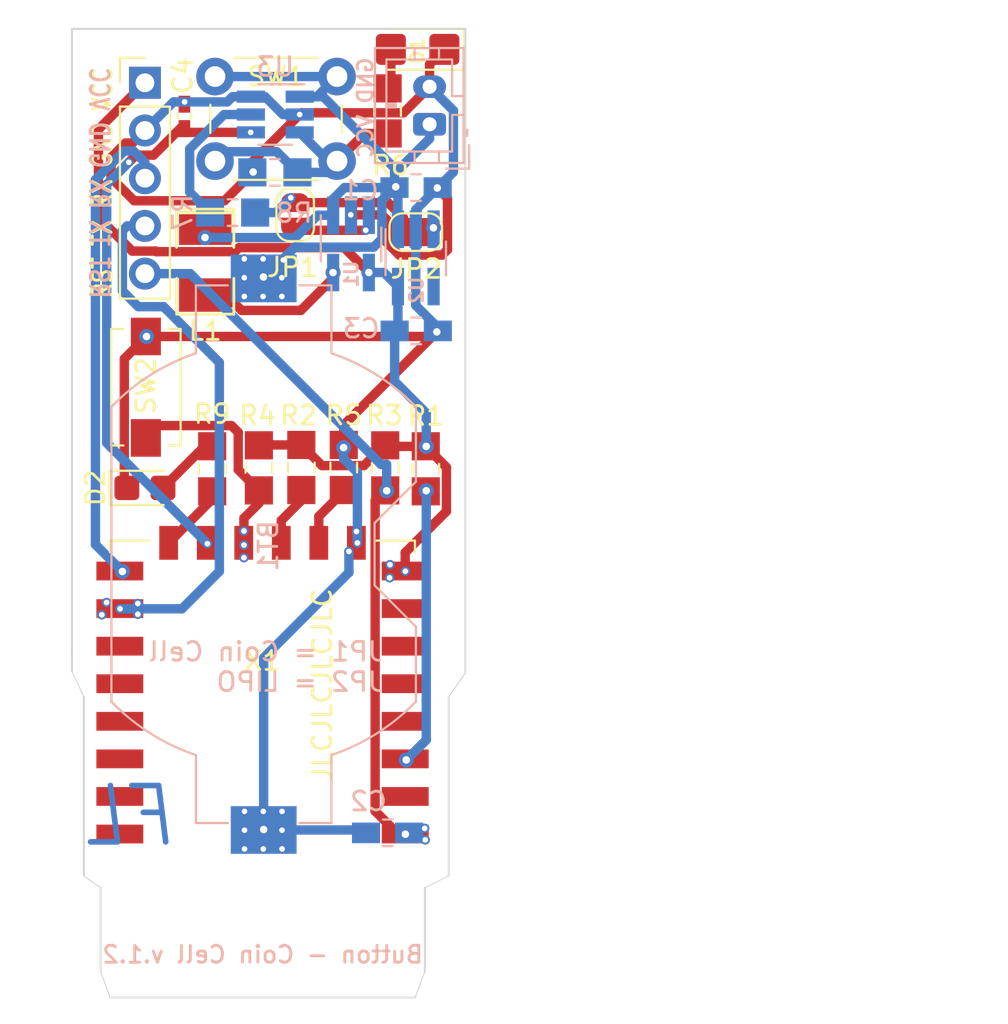
<source format=kicad_pcb>
(kicad_pcb (version 20171130) (host pcbnew "(5.1.9)-1")

  (general
    (thickness 1.6)
    (drawings 26)
    (tracks 248)
    (zones 0)
    (modules 27)
    (nets 21)
  )

  (page A4)
  (layers
    (0 F.Cu signal)
    (31 B.Cu signal)
    (32 B.Adhes user)
    (33 F.Adhes user)
    (34 B.Paste user)
    (35 F.Paste user)
    (36 B.SilkS user)
    (37 F.SilkS user)
    (38 B.Mask user)
    (39 F.Mask user)
    (40 Dwgs.User user)
    (41 Cmts.User user)
    (42 Eco1.User user)
    (43 Eco2.User user)
    (44 Edge.Cuts user)
    (45 Margin user)
    (46 B.CrtYd user hide)
    (47 F.CrtYd user)
    (48 B.Fab user hide)
    (49 F.Fab user)
  )

  (setup
    (last_trace_width 0.25)
    (user_trace_width 0.5)
    (trace_clearance 0.1)
    (zone_clearance 0.508)
    (zone_45_only no)
    (trace_min 0.2)
    (via_size 0.8)
    (via_drill 0.4)
    (via_min_size 0.4)
    (via_min_drill 0.3)
    (user_via 0.5 0.3)
    (uvia_size 0.3)
    (uvia_drill 0.1)
    (uvias_allowed no)
    (uvia_min_size 0.2)
    (uvia_min_drill 0.1)
    (edge_width 0.05)
    (segment_width 0.2)
    (pcb_text_width 0.3)
    (pcb_text_size 1.5 1.5)
    (mod_edge_width 0.12)
    (mod_text_size 1 1)
    (mod_text_width 0.15)
    (pad_size 1.524 1.524)
    (pad_drill 0.762)
    (pad_to_mask_clearance 0.051)
    (solder_mask_min_width 0.25)
    (aux_axis_origin 0 0)
    (visible_elements 7FFFFFFF)
    (pcbplotparams
      (layerselection 0x010fc_ffffffff)
      (usegerberextensions false)
      (usegerberattributes false)
      (usegerberadvancedattributes true)
      (creategerberjobfile false)
      (excludeedgelayer true)
      (linewidth 0.150000)
      (plotframeref false)
      (viasonmask false)
      (mode 1)
      (useauxorigin true)
      (hpglpennumber 1)
      (hpglpenspeed 20)
      (hpglpendiameter 15.000000)
      (psnegative false)
      (psa4output false)
      (plotreference true)
      (plotvalue true)
      (plotinvisibletext false)
      (padsonsilk false)
      (subtractmaskfromsilk false)
      (outputformat 1)
      (mirror false)
      (drillshape 0)
      (scaleselection 1)
      (outputdirectory "Gerber/"))
  )

  (net 0 "")
  (net 1 /VCC)
  (net 2 /GND)
  (net 3 /RST)
  (net 4 /RX)
  (net 5 /TX)
  (net 6 /EN)
  (net 7 /GPIO2)
  (net 8 /GPIO0)
  (net 9 "Net-(BT1-Pad1)")
  (net 10 "Net-(L1-Pad2)")
  (net 11 /GPIO15)
  (net 12 "Net-(R7-Pad2)")
  (net 13 "Net-(JP1-Pad2)")
  (net 14 "Net-(JP1-Pad1)")
  (net 15 "Net-(JP2-Pad1)")
  (net 16 /GPIO4)
  (net 17 "Net-(D2-Pad2)")
  (net 18 /GPIO5)
  (net 19 "Net-(D1-Pad2)")
  (net 20 "Net-(R6-Pad2)")

  (net_class Default "This is the default net class."
    (clearance 0.1)
    (trace_width 0.25)
    (via_dia 0.8)
    (via_drill 0.4)
    (uvia_dia 0.3)
    (uvia_drill 0.1)
    (add_net /EN)
    (add_net /GND)
    (add_net /GPIO0)
    (add_net /GPIO15)
    (add_net /GPIO2)
    (add_net /GPIO4)
    (add_net /GPIO5)
    (add_net /RST)
    (add_net /RX)
    (add_net /TX)
    (add_net /VCC)
    (add_net "Net-(BT1-Pad1)")
    (add_net "Net-(D1-Pad2)")
    (add_net "Net-(D2-Pad2)")
    (add_net "Net-(JP1-Pad1)")
    (add_net "Net-(JP1-Pad2)")
    (add_net "Net-(JP2-Pad1)")
    (add_net "Net-(L1-Pad2)")
    (add_net "Net-(R6-Pad2)")
    (add_net "Net-(R7-Pad2)")
  )

  (module handsolder:ESP-12Elesssilk (layer F.Cu) (tedit 60343770) (tstamp 603269A6)
    (at 125.72 90.16 180)
    (descr "Wi-Fi Module, http://wiki.ai-thinker.com/_media/esp8266/docs/aithinker_esp_12f_datasheet_en.pdf")
    (tags "Wi-Fi Module")
    (path /602C0443)
    (attr smd)
    (fp_text reference X1 (at 0 5.715) (layer F.SilkS)
      (effects (font (size 1 1) (thickness 0.15)))
    )
    (fp_text value ESP-12E (at -0.06 -12.78) (layer F.Fab)
      (effects (font (size 1 1) (thickness 0.15)))
    )
    (fp_line (start -8 -12) (end 8 -12) (layer F.Fab) (width 0.12))
    (fp_line (start 8 -12) (end 8 12) (layer F.Fab) (width 0.12))
    (fp_line (start 8 12) (end -8 12) (layer F.Fab) (width 0.12))
    (fp_line (start -8 12) (end -8 -3) (layer F.Fab) (width 0.12))
    (fp_line (start -8 -3) (end -7.5 -3.5) (layer F.Fab) (width 0.12))
    (fp_line (start -7.5 -3.5) (end -8 -4) (layer F.Fab) (width 0.12))
    (fp_line (start -8 -4) (end -8 -12) (layer F.Fab) (width 0.12))
    (fp_line (start -9.05 -12.2) (end 9.05 -12.2) (layer F.CrtYd) (width 0.05))
    (fp_line (start 9.05 -12.2) (end 9.05 13.1) (layer F.CrtYd) (width 0.05))
    (fp_line (start 9.05 13.1) (end -9.05 13.1) (layer F.CrtYd) (width 0.05))
    (fp_line (start -9.05 13.1) (end -9.05 -12.2) (layer F.CrtYd) (width 0.05))
    (fp_line (start 8.12 11.5) (end 8.12 12.12) (layer F.SilkS) (width 0.12))
    (fp_line (start 8.12 12.12) (end 6 12.12) (layer F.SilkS) (width 0.12))
    (fp_line (start -6 12.12) (end -8.12 12.12) (layer F.SilkS) (width 0.12))
    (fp_line (start -8.12 12.12) (end -8.12 11.5) (layer F.SilkS) (width 0.12))
    (fp_line (start -8.12 -12.12) (end 8.12 -12.12) (layer Dwgs.User) (width 0.12))
    (fp_line (start 8.12 -12.12) (end 8.12 -4.8) (layer Dwgs.User) (width 0.12))
    (fp_line (start 8.12 -4.8) (end -8.12 -4.8) (layer Dwgs.User) (width 0.12))
    (fp_line (start -8.12 -4.8) (end -8.12 -12.12) (layer Dwgs.User) (width 0.12))
    (fp_line (start -8.12 -9.12) (end -5.12 -12.12) (layer Dwgs.User) (width 0.12))
    (fp_line (start -8.12 -6.12) (end -2.12 -12.12) (layer Dwgs.User) (width 0.12))
    (fp_line (start -6.44 -4.8) (end 0.88 -12.12) (layer Dwgs.User) (width 0.12))
    (fp_line (start -3.44 -4.8) (end 3.88 -12.12) (layer Dwgs.User) (width 0.12))
    (fp_line (start -0.44 -4.8) (end 6.88 -12.12) (layer Dwgs.User) (width 0.12))
    (fp_line (start 2.56 -4.8) (end 8.12 -10.36) (layer Dwgs.User) (width 0.12))
    (fp_line (start 5.56 -4.8) (end 8.12 -7.36) (layer Dwgs.User) (width 0.12))
    (fp_text user %R (at 0.49 -0.8) (layer F.Fab)
      (effects (font (size 1 1) (thickness 0.15)))
    )
    (fp_text user "KEEP-OUT ZONE" (at 0.03 -9.55 180) (layer Cmts.User)
      (effects (font (size 1 1) (thickness 0.15)))
    )
    (fp_text user Antenna (at -0.06 -7 180) (layer Cmts.User)
      (effects (font (size 1 1) (thickness 0.15)))
    )
    (pad 22 smd rect (at 7.6 -3.5 180) (size 2.5 1) (layers F.Cu F.Paste F.Mask))
    (pad 21 smd rect (at 7.6 -1.5 180) (size 2.5 1) (layers F.Cu F.Paste F.Mask))
    (pad 20 smd rect (at 7.6 0.5 180) (size 2.5 1) (layers F.Cu F.Paste F.Mask))
    (pad 19 smd rect (at 7.6 2.5 180) (size 2.5 1) (layers F.Cu F.Paste F.Mask))
    (pad 18 smd rect (at 7.6 4.5 180) (size 2.5 1) (layers F.Cu F.Paste F.Mask))
    (pad 17 smd rect (at 7.6 6.5 180) (size 2.5 1) (layers F.Cu F.Paste F.Mask))
    (pad 16 smd rect (at 7.6 8.5 180) (size 2.5 1) (layers F.Cu F.Paste F.Mask)
      (net 5 /TX))
    (pad 15 smd rect (at 7.6 10.5 180) (size 2.5 1) (layers F.Cu F.Paste F.Mask)
      (net 4 /RX))
    (pad 14 smd rect (at 5 12 180) (size 1 1.8) (layers F.Cu F.Paste F.Mask)
      (net 18 /GPIO5))
    (pad 13 smd rect (at 3 12 180) (size 1 1.8) (layers F.Cu F.Paste F.Mask)
      (net 16 /GPIO4))
    (pad 12 smd rect (at 1 12 180) (size 1 1.8) (layers F.Cu F.Paste F.Mask)
      (net 8 /GPIO0))
    (pad 11 smd rect (at -1 12 180) (size 1 1.8) (layers F.Cu F.Paste F.Mask)
      (net 7 /GPIO2))
    (pad 10 smd rect (at -3 12 180) (size 1 1.8) (layers F.Cu F.Paste F.Mask)
      (net 11 /GPIO15))
    (pad 9 smd rect (at -5 12 180) (size 1 1.8) (layers F.Cu F.Paste F.Mask)
      (net 2 /GND))
    (pad 8 smd rect (at -7.6 10.5 180) (size 2.5 1) (layers F.Cu F.Paste F.Mask)
      (net 1 /VCC))
    (pad 7 smd rect (at -7.6 8.5 180) (size 2.5 1) (layers F.Cu F.Paste F.Mask))
    (pad 6 smd rect (at -7.6 6.5 180) (size 2.5 1) (layers F.Cu F.Paste F.Mask))
    (pad 5 smd rect (at -7.6 4.5 180) (size 2.5 1) (layers F.Cu F.Paste F.Mask))
    (pad 4 smd rect (at -7.6 2.5 180) (size 2.5 1) (layers F.Cu F.Paste F.Mask))
    (pad 3 smd rect (at -7.6 0.5 180) (size 2.5 1) (layers F.Cu F.Paste F.Mask)
      (net 6 /EN))
    (pad 2 smd rect (at -7.6 -1.5 180) (size 2.5 1) (layers F.Cu F.Paste F.Mask))
    (pad 1 smd rect (at -7.6 -3.5 180) (size 2.5 1) (layers F.Cu F.Paste F.Mask)
      (net 3 /RST))
    (model ${KISYS3DMOD}/RF_Module.3dshapes/ESP-12E.wrl
      (at (xyz 0 0 0))
      (scale (xyz 1 1 1))
      (rotate (xyz 0 0 0))
    )
  )

  (module handsolder:C_0402_1005Metric_Pad0.74x0.62mm_HandSoldermod (layer F.Cu) (tedit 60342830) (tstamp 60343163)
    (at 121.56 55.46 90)
    (descr "Capacitor SMD 0402 (1005 Metric), square (rectangular) end terminal, IPC_7351 nominal with elongated pad for handsoldering. (Body size source: IPC-SM-782 page 76, https://www.pcb-3d.com/wordpress/wp-content/uploads/ipc-sm-782a_amendment_1_and_2.pdf), generated with kicad-footprint-generator")
    (tags "capacitor handsolder")
    (path /6034B321)
    (attr smd)
    (fp_text reference C4 (at 2.17 -0.09 90) (layer F.SilkS)
      (effects (font (size 1 1) (thickness 0.15)))
    )
    (fp_text value 10nf-100nf (at 0 1.16 90) (layer F.Fab)
      (effects (font (size 1 1) (thickness 0.15)))
    )
    (fp_line (start -0.5 0.25) (end -0.5 -0.25) (layer F.Fab) (width 0.1))
    (fp_line (start -0.5 -0.25) (end 0.5 -0.25) (layer F.Fab) (width 0.1))
    (fp_line (start 0.5 -0.25) (end 0.5 0.25) (layer F.Fab) (width 0.1))
    (fp_line (start 0.5 0.25) (end -0.5 0.25) (layer F.Fab) (width 0.1))
    (fp_line (start -0.115835 -0.36) (end 0.115835 -0.36) (layer F.SilkS) (width 0.12))
    (fp_line (start -0.115835 0.36) (end 0.115835 0.36) (layer F.SilkS) (width 0.12))
    (fp_line (start -1.08 0.46) (end -1.08 -0.46) (layer F.CrtYd) (width 0.05))
    (fp_line (start -1.08 -0.46) (end 1.08 -0.46) (layer F.CrtYd) (width 0.05))
    (fp_line (start 1.08 -0.46) (end 1.08 0.46) (layer F.CrtYd) (width 0.05))
    (fp_line (start 1.08 0.46) (end -1.08 0.46) (layer F.CrtYd) (width 0.05))
    (fp_text user %R (at 0 0 90) (layer F.Fab)
      (effects (font (size 0.25 0.25) (thickness 0.04)))
    )
    (pad 2 smd rect (at 0.65 0 90) (size 0.9 0.62) (layers F.Cu F.Paste F.Mask)
      (net 2 /GND))
    (pad 1 smd rect (at -0.65 0 90) (size 0.9 0.62) (layers F.Cu F.Paste F.Mask)
      (net 16 /GPIO4))
    (model ${KISYS3DMOD}/Capacitor_SMD.3dshapes/C_0402_1005Metric.wrl
      (at (xyz 0 0 0))
      (scale (xyz 1 1 1))
      (rotate (xyz 0 0 0))
    )
  )

  (module Button_Switch_THT:SW_PUSH_6mm (layer F.Cu) (tedit 5A02FE31) (tstamp 60326911)
    (at 123.19 53.34)
    (descr https://www.omron.com/ecb/products/pdf/en-b3f.pdf)
    (tags "tact sw push 6mm")
    (path /602CFCB7)
    (fp_text reference SW1 (at 3.25 0) (layer F.SilkS)
      (effects (font (size 1 1) (thickness 0.15)))
    )
    (fp_text value SW_Push (at 3.75 6.7) (layer F.Fab)
      (effects (font (size 1 1) (thickness 0.15)))
    )
    (fp_circle (center 3.25 2.25) (end 1.25 2.5) (layer F.Fab) (width 0.1))
    (fp_line (start 6.75 3) (end 6.75 1.5) (layer F.SilkS) (width 0.12))
    (fp_line (start 5.5 -1) (end 1 -1) (layer F.SilkS) (width 0.12))
    (fp_line (start -0.25 1.5) (end -0.25 3) (layer F.SilkS) (width 0.12))
    (fp_line (start 1 5.5) (end 5.5 5.5) (layer F.SilkS) (width 0.12))
    (fp_line (start 8 -1.25) (end 8 5.75) (layer F.CrtYd) (width 0.05))
    (fp_line (start 7.75 6) (end -1.25 6) (layer F.CrtYd) (width 0.05))
    (fp_line (start -1.5 5.75) (end -1.5 -1.25) (layer F.CrtYd) (width 0.05))
    (fp_line (start -1.25 -1.5) (end 7.75 -1.5) (layer F.CrtYd) (width 0.05))
    (fp_line (start -1.5 6) (end -1.25 6) (layer F.CrtYd) (width 0.05))
    (fp_line (start -1.5 5.75) (end -1.5 6) (layer F.CrtYd) (width 0.05))
    (fp_line (start -1.5 -1.5) (end -1.25 -1.5) (layer F.CrtYd) (width 0.05))
    (fp_line (start -1.5 -1.25) (end -1.5 -1.5) (layer F.CrtYd) (width 0.05))
    (fp_line (start 8 -1.5) (end 8 -1.25) (layer F.CrtYd) (width 0.05))
    (fp_line (start 7.75 -1.5) (end 8 -1.5) (layer F.CrtYd) (width 0.05))
    (fp_line (start 8 6) (end 8 5.75) (layer F.CrtYd) (width 0.05))
    (fp_line (start 7.75 6) (end 8 6) (layer F.CrtYd) (width 0.05))
    (fp_line (start 0.25 -0.75) (end 3.25 -0.75) (layer F.Fab) (width 0.1))
    (fp_line (start 0.25 5.25) (end 0.25 -0.75) (layer F.Fab) (width 0.1))
    (fp_line (start 6.25 5.25) (end 0.25 5.25) (layer F.Fab) (width 0.1))
    (fp_line (start 6.25 -0.75) (end 6.25 5.25) (layer F.Fab) (width 0.1))
    (fp_line (start 3.25 -0.75) (end 6.25 -0.75) (layer F.Fab) (width 0.1))
    (fp_text user %R (at 3.25 2.25) (layer F.Fab)
      (effects (font (size 1 1) (thickness 0.15)))
    )
    (pad 1 thru_hole circle (at 6.5 0 90) (size 2 2) (drill 1.1) (layers *.Cu *.Mask)
      (net 9 "Net-(BT1-Pad1)"))
    (pad 2 thru_hole circle (at 6.5 4.5 90) (size 2 2) (drill 1.1) (layers *.Cu *.Mask)
      (net 20 "Net-(R6-Pad2)"))
    (pad 1 thru_hole circle (at 0 0 90) (size 2 2) (drill 1.1) (layers *.Cu *.Mask)
      (net 9 "Net-(BT1-Pad1)"))
    (pad 2 thru_hole circle (at 0 4.5 90) (size 2 2) (drill 1.1) (layers *.Cu *.Mask)
      (net 20 "Net-(R6-Pad2)"))
    (model ${KISYS3DMOD}/Button_Switch_THT.3dshapes/SW_PUSH_6mm.wrl
      (at (xyz 0 0 0))
      (scale (xyz 1 1 1))
      (rotate (xyz 0 0 0))
    )
  )

  (module handsolder:SMD-1210_Pol_inductor (layer F.Cu) (tedit 592F1991) (tstamp 60326859)
    (at 122.67 63.192 270)
    (tags "CMS SM")
    (path /602E234D)
    (attr smd)
    (fp_text reference L1 (at 3.683 0) (layer F.SilkS)
      (effects (font (size 1 1) (thickness 0.15)))
    )
    (fp_text value "4.7 uH" (at 0 0.762 90) (layer F.Fab)
      (effects (font (size 1 1) (thickness 0.15)))
    )
    (fp_line (start -2.794 1.524) (end -0.762 1.524) (layer F.SilkS) (width 0.15))
    (fp_line (start -2.594 -1.524) (end -2.594 1.524) (layer F.SilkS) (width 0.15))
    (fp_line (start -0.762 -1.524) (end -2.794 -1.524) (layer F.SilkS) (width 0.15))
    (fp_line (start 2.794 -1.524) (end 0.889 -1.524) (layer F.SilkS) (width 0.15))
    (fp_line (start 2.794 1.524) (end 2.794 -1.524) (layer F.SilkS) (width 0.15))
    (fp_line (start 0.889 1.524) (end 2.794 1.524) (layer F.SilkS) (width 0.15))
    (fp_line (start -2.794 -1.524) (end -2.794 1.524) (layer F.SilkS) (width 0.15))
    (pad 1 smd rect (at -1.778 0 270) (size 1.778 2.794) (layers F.Cu F.Paste F.Mask)
      (net 9 "Net-(BT1-Pad1)") (zone_connect 2))
    (pad 2 smd rect (at 1.778 0 270) (size 1.778 2.794) (layers F.Cu F.Paste F.Mask)
      (net 10 "Net-(L1-Pad2)"))
    (model SMD_Packages.3dshapes/SMD-1210_Pol.wrl
      (at (xyz 0 0 0))
      (scale (xyz 0.2 0.2 0.2))
      (rotate (xyz 0 0 0))
    )
  )

  (module handsolder:SOT-23-5_HandSolderingmod (layer B.Cu) (tedit 60023824) (tstamp 60329F06)
    (at 130.43408 62.27064 270)
    (descr "5-pin SOT23 package")
    (tags "SOT-23-5 hand-soldering")
    (path /6033543B)
    (attr smd)
    (fp_text reference U1 (at 1.58496 -0.02032 90) (layer B.SilkS)
      (effects (font (size 0.7 0.7) (thickness 0.15)) (justify mirror))
    )
    (fp_text value TPS61097A (at 10.287 -1.143 270) (layer B.SilkS) hide
      (effects (font (size 1 1) (thickness 0.15)) (justify mirror))
    )
    (fp_line (start 2.38 -1.8) (end -2.38 -1.8) (layer B.CrtYd) (width 0.05))
    (fp_line (start 2.38 -1.8) (end 2.38 1.8) (layer B.CrtYd) (width 0.05))
    (fp_line (start -2.38 1.8) (end -2.38 -1.8) (layer B.CrtYd) (width 0.05))
    (fp_line (start -2.38 1.8) (end 2.38 1.8) (layer B.CrtYd) (width 0.05))
    (fp_line (start 0.9 1.55) (end 0.9 -1.55) (layer B.Fab) (width 0.1))
    (fp_line (start 0.9 -1.55) (end -0.9 -1.55) (layer B.Fab) (width 0.1))
    (fp_line (start -0.9 0.9) (end -0.9 -1.55) (layer B.Fab) (width 0.1))
    (fp_line (start 0.9 1.55) (end -0.25 1.55) (layer B.Fab) (width 0.1))
    (fp_line (start -0.9 0.9) (end -0.25 1.55) (layer B.Fab) (width 0.1))
    (fp_line (start 0.9 1.61) (end -1.55 1.61) (layer B.SilkS) (width 0.12))
    (fp_line (start -0.9 -1.61) (end 0.9 -1.61) (layer B.SilkS) (width 0.12))
    (fp_text user %R (at 0 0) (layer B.Fab)
      (effects (font (size 0.5 0.5) (thickness 0.075)) (justify mirror))
    )
    (pad 5 smd rect (at 1.5 0.95 270) (size 2 0.65) (layers B.Cu B.Paste B.Mask)
      (net 10 "Net-(L1-Pad2)"))
    (pad 4 smd rect (at 1.5 -0.95 270) (size 2 0.65) (layers B.Cu B.Paste B.Mask)
      (net 1 /VCC))
    (pad 3 smd rect (at -1.55 -0.95 270) (size 2 0.65) (layers B.Cu B.Paste B.Mask)
      (net 14 "Net-(JP1-Pad1)"))
    (pad 2 smd trapezoid (at -1.55 0 270) (size 2 0.65) (layers B.Cu B.Paste B.Mask)
      (net 2 /GND))
    (pad 1 smd rect (at -1.55 0.95 270) (size 2 0.65) (layers B.Cu B.Paste B.Mask)
      (net 9 "Net-(BT1-Pad1)"))
    (model ${KISYS3DMOD}/Package_TO_SOT_SMD.3dshapes/SOT-23-5.wrl
      (at (xyz 0 0 0))
      (scale (xyz 1 1 1))
      (rotate (xyz 0 0 0))
    )
  )

  (module Jumper:SolderJumper-2_P1.3mm_Open_RoundedPad1.0x1.5mm (layer F.Cu) (tedit 6032783A) (tstamp 60326836)
    (at 127.46 60.7 90)
    (descr "SMD Solder Jumper, 1x1.5mm, rounded Pads, 0.3mm gap, open")
    (tags "solder jumper open")
    (path /6032A30E)
    (attr virtual)
    (fp_text reference JP1 (at -2.79 -0.14 180) (layer F.SilkS)
      (effects (font (size 1 1) (thickness 0.15)))
    )
    (fp_text value "Jumper Coin Cell" (at 0 1.9 90) (layer F.Fab)
      (effects (font (size 1 1) (thickness 0.15)))
    )
    (fp_line (start 1.4 1.1) (end -1.5 1.1) (layer F.CrtYd) (width 0.05))
    (fp_line (start 1.4 1.1) (end 1.4 -1.1) (layer F.CrtYd) (width 0.05))
    (fp_line (start -1.5 -1.1) (end -1.5 1.1) (layer F.CrtYd) (width 0.05))
    (fp_line (start -1.5 -1.1) (end 1.4 -1.1) (layer F.CrtYd) (width 0.05))
    (fp_line (start -0.7 -1) (end 0.7 -1) (layer F.SilkS) (width 0.12))
    (fp_line (start 1.4 -0.3) (end 1.4 0.3) (layer F.SilkS) (width 0.12))
    (fp_line (start 0.7 1) (end -0.7 1) (layer F.SilkS) (width 0.12))
    (fp_line (start -1.4 0.3) (end -1.4 -0.3) (layer F.SilkS) (width 0.12))
    (fp_arc (start -0.7 -0.3) (end -0.7 -1) (angle -90) (layer F.SilkS) (width 0.12))
    (fp_arc (start -0.7 0.3) (end -1.4 0.3) (angle -90) (layer F.SilkS) (width 0.12))
    (fp_arc (start 0.7 0.3) (end 0.7 1) (angle -90) (layer F.SilkS) (width 0.12))
    (fp_arc (start 0.7 -0.3) (end 1.4 -0.3) (angle -90) (layer F.SilkS) (width 0.12))
    (pad 2 smd custom (at 0.65 0 90) (size 1 0.5) (layers F.Cu F.Mask)
      (net 13 "Net-(JP1-Pad2)") (zone_connect 2)
      (options (clearance outline) (anchor rect))
      (primitives
        (gr_circle (center 0 0.25) (end 0.5 0.25) (width 0))
        (gr_circle (center 0 -0.25) (end 0.5 -0.25) (width 0))
        (gr_poly (pts
           (xy 0 -0.75) (xy -0.5 -0.75) (xy -0.5 0.75) (xy 0 0.75)) (width 0))
      ))
    (pad 1 smd custom (at -0.65 0 90) (size 1 0.5) (layers F.Cu F.Mask)
      (net 14 "Net-(JP1-Pad1)") (zone_connect 2)
      (options (clearance outline) (anchor rect))
      (primitives
        (gr_circle (center 0 0.25) (end 0.5 0.25) (width 0))
        (gr_circle (center 0 -0.25) (end 0.5 -0.25) (width 0))
        (gr_poly (pts
           (xy 0 -0.75) (xy 0.5 -0.75) (xy 0.5 0.75) (xy 0 0.75)) (width 0))
      ))
  )

  (module handsolder:C_0805_2012handsodermod (layer B.Cu) (tedit 60326176) (tstamp 603267C3)
    (at 133.9 59.25 180)
    (descr "Capacitor SMD 0805 (2012 Metric), square (rectangular) end terminal, IPC_7351 nominal with elongated pad for handsoldering. (Body size source: https://docs.google.com/spreadsheets/d/1BsfQQcO9C6DZCsRaXUlFlo91Tg2WpOkGARC1WS5S8t0/edit?usp=sharing), generated with kicad-footprint-generator")
    (tags "capacitor handsolder")
    (path /602D0C1F)
    (attr smd)
    (fp_text reference C1 (at 2.9718 -0.1524 180) (layer B.SilkS)
      (effects (font (size 1 1) (thickness 0.15)) (justify mirror))
    )
    (fp_text value 10uF (at 0 -1.65 180) (layer B.Fab) hide
      (effects (font (size 1 1) (thickness 0.15)) (justify mirror))
    )
    (fp_line (start 2.05 -0.85) (end -2 -0.85) (layer B.CrtYd) (width 0.05))
    (fp_line (start 2.05 0.85) (end 2.05 -0.85) (layer B.CrtYd) (width 0.05))
    (fp_line (start -2 0.85) (end 2.05 0.85) (layer B.CrtYd) (width 0.05))
    (fp_line (start -2 -0.85) (end -2 0.85) (layer B.CrtYd) (width 0.05))
    (fp_line (start -0.261252 -0.71) (end 0.261252 -0.71) (layer B.SilkS) (width 0.12))
    (fp_line (start -0.261252 0.71) (end 0.261252 0.71) (layer B.SilkS) (width 0.12))
    (fp_line (start 1 -0.6) (end -1 -0.6) (layer B.Fab) (width 0.1))
    (fp_line (start 1 0.6) (end 1 -0.6) (layer B.Fab) (width 0.1))
    (fp_line (start -1 0.6) (end 1 0.6) (layer B.Fab) (width 0.1))
    (fp_line (start -1 -0.6) (end -1 0.6) (layer B.Fab) (width 0.1))
    (fp_text user %R (at 0 0 180) (layer B.Fab)
      (effects (font (size 0.5 0.5) (thickness 0.08)) (justify mirror))
    )
    (pad 2 smd rect (at 1.15 0 180) (size 1.5 1.1) (layers B.Cu B.Paste B.Mask)
      (net 9 "Net-(BT1-Pad1)"))
    (pad 1 smd rect (at -1.15 0 180) (size 1.5 1.1) (layers B.Cu B.Paste B.Mask)
      (net 2 /GND))
    (model ${KISYS3DMOD}/Capacitor_SMD.3dshapes/C_0805_2012Metric.wrl
      (at (xyz 0 0 0))
      (scale (xyz 1 1 1))
      (rotate (xyz 0 0 0))
    )
  )

  (module handsolder:SOT-23-6handsoldering (layer B.Cu) (tedit 600C9A10) (tstamp 6032696B)
    (at 126.4 55.36 180)
    (descr "6-pin SOT-23 package")
    (tags SOT-23-6)
    (path /6031B6A7)
    (attr smd)
    (fp_text reference U3 (at 0 2.54 180) (layer B.SilkS)
      (effects (font (size 1 1) (thickness 0.15)) (justify mirror))
    )
    (fp_text value TPL5111 (at 0 -2.9) (layer B.Fab)
      (effects (font (size 1 1) (thickness 0.15)) (justify mirror))
    )
    (fp_line (start 0.9 1.55) (end 0.9 -1.55) (layer B.Fab) (width 0.1))
    (fp_line (start 0.9 -1.55) (end -0.9 -1.55) (layer B.Fab) (width 0.1))
    (fp_line (start -0.9 0.9) (end -0.9 -1.55) (layer B.Fab) (width 0.1))
    (fp_line (start 0.9 1.55) (end -0.25 1.55) (layer B.Fab) (width 0.1))
    (fp_line (start -0.9 0.9) (end -0.25 1.55) (layer B.Fab) (width 0.1))
    (fp_line (start -1.9 1.8) (end -1.9 -1.8) (layer B.CrtYd) (width 0.05))
    (fp_line (start -1.9 -1.8) (end 1.9 -1.8) (layer B.CrtYd) (width 0.05))
    (fp_line (start 1.9 -1.8) (end 1.9 1.8) (layer B.CrtYd) (width 0.05))
    (fp_line (start 1.9 1.8) (end -1.9 1.8) (layer B.CrtYd) (width 0.05))
    (fp_line (start 0.9 1.61) (end -1.55 1.61) (layer B.SilkS) (width 0.12))
    (fp_line (start -0.9 -1.61) (end 0.9 -1.61) (layer B.SilkS) (width 0.12))
    (fp_text user %R (at 0 0 90) (layer B.Fab)
      (effects (font (size 0.5 0.5) (thickness 0.075)) (justify mirror))
    )
    (pad 5 smd rect (at 1.3 0 180) (size 1.5 0.65) (layers B.Cu B.Paste B.Mask)
      (net 12 "Net-(R7-Pad2)"))
    (pad 6 smd rect (at 1.3 0.95 180) (size 1.5 0.65) (layers B.Cu B.Paste B.Mask)
      (net 2 /GND))
    (pad 4 smd rect (at 1.3 -0.95 180) (size 1.5 0.65) (layers B.Cu B.Paste B.Mask)
      (net 16 /GPIO4))
    (pad 3 smd rect (at -1.3 -0.95 180) (size 1.5 0.65) (layers B.Cu B.Paste B.Mask)
      (net 20 "Net-(R6-Pad2)"))
    (pad 2 smd rect (at -1.3 0 180) (size 1.5 0.65) (layers B.Cu B.Paste B.Mask)
      (net 2 /GND))
    (pad 1 smd rect (at -1.3 0.95 180) (size 1.5 0.65) (layers B.Cu B.Paste B.Mask)
      (net 9 "Net-(BT1-Pad1)"))
    (model ${KISYS3DMOD}/Package_TO_SOT_SMD.3dshapes/SOT-23-6.wrl
      (at (xyz 0 0 0))
      (scale (xyz 1 1 1))
      (rotate (xyz 0 0 0))
    )
  )

  (module handsolder:SOT-23-5_HandSolderingmod (layer B.Cu) (tedit 60023824) (tstamp 60326955)
    (at 133.8834 63.0174 270)
    (descr "5-pin SOT23 package")
    (tags "SOT-23-5 hand-soldering")
    (path /602F5FBE)
    (attr smd)
    (fp_text reference U2 (at 1.69164 -0.04064 270) (layer B.SilkS)
      (effects (font (size 0.7 0.7) (thickness 0.15)) (justify mirror))
    )
    (fp_text value AP2112K-3.3 (at 7.62 -1.27 270) (layer B.SilkS) hide
      (effects (font (size 1 1) (thickness 0.15)) (justify mirror))
    )
    (fp_line (start 2.38 -1.8) (end -2.38 -1.8) (layer B.CrtYd) (width 0.05))
    (fp_line (start 2.38 -1.8) (end 2.38 1.8) (layer B.CrtYd) (width 0.05))
    (fp_line (start -2.38 1.8) (end -2.38 -1.8) (layer B.CrtYd) (width 0.05))
    (fp_line (start -2.38 1.8) (end 2.38 1.8) (layer B.CrtYd) (width 0.05))
    (fp_line (start 0.9 1.55) (end 0.9 -1.55) (layer B.Fab) (width 0.1))
    (fp_line (start 0.9 -1.55) (end -0.9 -1.55) (layer B.Fab) (width 0.1))
    (fp_line (start -0.9 0.9) (end -0.9 -1.55) (layer B.Fab) (width 0.1))
    (fp_line (start 0.9 1.55) (end -0.25 1.55) (layer B.Fab) (width 0.1))
    (fp_line (start -0.9 0.9) (end -0.25 1.55) (layer B.Fab) (width 0.1))
    (fp_line (start 0.9 1.61) (end -1.55 1.61) (layer B.SilkS) (width 0.12))
    (fp_line (start -0.9 -1.61) (end 0.9 -1.61) (layer B.SilkS) (width 0.12))
    (fp_text user %R (at 0 0) (layer B.Fab)
      (effects (font (size 0.5 0.5) (thickness 0.075)) (justify mirror))
    )
    (pad 5 smd rect (at 1.5 0.95 270) (size 2 0.65) (layers B.Cu B.Paste B.Mask)
      (net 1 /VCC))
    (pad 4 smd rect (at 1.5 -0.95 270) (size 2 0.65) (layers B.Cu B.Paste B.Mask))
    (pad 3 smd rect (at -1.55 -0.95 270) (size 2 0.65) (layers B.Cu B.Paste B.Mask)
      (net 15 "Net-(JP2-Pad1)"))
    (pad 2 smd trapezoid (at -1.55 0 270) (size 2 0.65) (layers B.Cu B.Paste B.Mask)
      (net 2 /GND))
    (pad 1 smd rect (at -1.55 0.95 270) (size 2 0.65) (layers B.Cu B.Paste B.Mask)
      (net 9 "Net-(BT1-Pad1)"))
    (model ${KISYS3DMOD}/Package_TO_SOT_SMD.3dshapes/SOT-23-5.wrl
      (at (xyz 0 0 0))
      (scale (xyz 1 1 1))
      (rotate (xyz 0 0 0))
    )
  )

  (module Button_Switch_SMD:SW_SPST_EVQPE1 (layer F.Cu) (tedit 5A02FC95) (tstamp 6032692A)
    (at 119.507 69.8754 90)
    (descr "Light Touch Switch, https://industrial.panasonic.com/cdbs/www-data/pdf/ATK0000/ATK0000CE7.pdf")
    (path /602CDBD4)
    (attr smd)
    (fp_text reference SW2 (at 0.0762 0 90) (layer F.SilkS)
      (effects (font (size 1 1) (thickness 0.15)))
    )
    (fp_text value SW_Push (at 0 3 90) (layer F.Fab)
      (effects (font (size 1 1) (thickness 0.15)))
    )
    (fp_line (start -3.1 1.85) (end 3.1 1.85) (layer F.SilkS) (width 0.12))
    (fp_line (start 3.1 -1.85) (end -3.1 -1.85) (layer F.SilkS) (width 0.12))
    (fp_line (start -3.1 -1.85) (end -3.1 -1.2) (layer F.SilkS) (width 0.12))
    (fp_line (start -3.1 1.2) (end -3.1 1.85) (layer F.SilkS) (width 0.12))
    (fp_line (start 3.1 1.85) (end 3.1 1.2) (layer F.SilkS) (width 0.12))
    (fp_line (start 3.1 -1.85) (end 3.1 -1.2) (layer F.SilkS) (width 0.12))
    (fp_line (start -3.95 2) (end -3.95 -2) (layer F.CrtYd) (width 0.05))
    (fp_line (start 3.95 2) (end -3.95 2) (layer F.CrtYd) (width 0.05))
    (fp_line (start 3.95 -2) (end 3.95 2) (layer F.CrtYd) (width 0.05))
    (fp_line (start -3.95 -2) (end 3.95 -2) (layer F.CrtYd) (width 0.05))
    (fp_line (start -1.4 0.7) (end -1.4 -0.7) (layer F.Fab) (width 0.1))
    (fp_line (start 1.4 0.7) (end -1.4 0.7) (layer F.Fab) (width 0.1))
    (fp_line (start 1.4 -0.7) (end 1.4 0.7) (layer F.Fab) (width 0.1))
    (fp_line (start -1.4 -0.7) (end 1.4 -0.7) (layer F.Fab) (width 0.1))
    (fp_line (start -3 -1.75) (end 3 -1.75) (layer F.Fab) (width 0.1))
    (fp_line (start -3 1.75) (end -3 -1.75) (layer F.Fab) (width 0.1))
    (fp_line (start 3 1.75) (end -3 1.75) (layer F.Fab) (width 0.1))
    (fp_line (start 3 -1.75) (end 3 1.75) (layer F.Fab) (width 0.1))
    (fp_text user %R (at 0 -2.65 90) (layer F.Fab)
      (effects (font (size 1 1) (thickness 0.15)))
    )
    (pad 1 smd rect (at -2.7 0 90) (size 2 1.6) (layers F.Cu F.Paste F.Mask)
      (net 8 /GPIO0))
    (pad 2 smd rect (at 2.7 0 90) (size 2 1.6) (layers F.Cu F.Paste F.Mask)
      (net 2 /GND))
    (model ${KISYS3DMOD}/Button_Switch_SMD.3dshapes/SW_SPST_EVQPE1.wrl
      (at (xyz 0 0 0))
      (scale (xyz 1 1 1))
      (rotate (xyz 0 0 0))
    )
  )

  (module handsolder:R_0805_2012handsoldermod (layer F.Cu) (tedit 60004565) (tstamp 603268F2)
    (at 123.0376 74.2188 270)
    (descr "Resistor SMD 0805 (2012 Metric), square (rectangular) end terminal, IPC_7351 nominal with elongated pad for handsoldering. (Body size source: https://docs.google.com/spreadsheets/d/1BsfQQcO9C6DZCsRaXUlFlo91Tg2WpOkGARC1WS5S8t0/edit?usp=sharing), generated with kicad-footprint-generator")
    (tags "resistor handsolder")
    (path /60325E7B)
    (attr smd)
    (fp_text reference R9 (at -2.921 0) (layer F.SilkS)
      (effects (font (size 1 1) (thickness 0.15)))
    )
    (fp_text value 1k (at 0 1.65 270) (layer F.Fab) hide
      (effects (font (size 1 1) (thickness 0.15)))
    )
    (fp_line (start 2.05 0.95) (end -2.05 0.95) (layer F.CrtYd) (width 0.05))
    (fp_line (start 2.05 -0.95) (end 2.05 0.95) (layer F.CrtYd) (width 0.05))
    (fp_line (start -2.05 -0.95) (end 2.05 -0.95) (layer F.CrtYd) (width 0.05))
    (fp_line (start -2.05 0.95) (end -2.05 -0.95) (layer F.CrtYd) (width 0.05))
    (fp_line (start -0.261252 0.71) (end 0.261252 0.71) (layer F.SilkS) (width 0.12))
    (fp_line (start -0.261252 -0.71) (end 0.261252 -0.71) (layer F.SilkS) (width 0.12))
    (fp_line (start 1 0.6) (end -1 0.6) (layer F.Fab) (width 0.1))
    (fp_line (start 1 -0.6) (end 1 0.6) (layer F.Fab) (width 0.1))
    (fp_line (start -1 -0.6) (end 1 -0.6) (layer F.Fab) (width 0.1))
    (fp_line (start -1 0.6) (end -1 -0.6) (layer F.Fab) (width 0.1))
    (fp_text user %R (at 0 0 270) (layer F.Fab)
      (effects (font (size 0.5 0.5) (thickness 0.08)))
    )
    (pad 2 smd rect (at 1.2 0 270) (size 1.5 1.5) (layers F.Cu F.Paste F.Mask)
      (net 18 /GPIO5))
    (pad 1 smd rect (at -1.2 0 270) (size 1.5 1.5) (layers F.Cu F.Paste F.Mask)
      (net 17 "Net-(D2-Pad2)"))
    (model ${KISYS3DMOD}/Resistor_SMD.3dshapes/R_0805_2012Metric.wrl
      (at (xyz 0 0 0))
      (scale (xyz 1 1 1))
      (rotate (xyz 0 0 0))
    )
  )

  (module handsolder:R_0805_2012handsoldermod (layer B.Cu) (tedit 60004565) (tstamp 603268E1)
    (at 126.38 58.44 180)
    (descr "Resistor SMD 0805 (2012 Metric), square (rectangular) end terminal, IPC_7351 nominal with elongated pad for handsoldering. (Body size source: https://docs.google.com/spreadsheets/d/1BsfQQcO9C6DZCsRaXUlFlo91Tg2WpOkGARC1WS5S8t0/edit?usp=sharing), generated with kicad-footprint-generator")
    (tags "resistor handsolder")
    (path /6031EA78)
    (attr smd)
    (fp_text reference R8 (at -1.02 -2.16) (layer B.SilkS)
      (effects (font (size 1 1) (thickness 0.15)) (justify mirror))
    )
    (fp_text value 10k (at 0 -1.65) (layer B.Fab) hide
      (effects (font (size 1 1) (thickness 0.15)) (justify mirror))
    )
    (fp_line (start 2.05 -0.95) (end -2.05 -0.95) (layer B.CrtYd) (width 0.05))
    (fp_line (start 2.05 0.95) (end 2.05 -0.95) (layer B.CrtYd) (width 0.05))
    (fp_line (start -2.05 0.95) (end 2.05 0.95) (layer B.CrtYd) (width 0.05))
    (fp_line (start -2.05 -0.95) (end -2.05 0.95) (layer B.CrtYd) (width 0.05))
    (fp_line (start -0.261252 -0.71) (end 0.261252 -0.71) (layer B.SilkS) (width 0.12))
    (fp_line (start -0.261252 0.71) (end 0.261252 0.71) (layer B.SilkS) (width 0.12))
    (fp_line (start 1 -0.6) (end -1 -0.6) (layer B.Fab) (width 0.1))
    (fp_line (start 1 0.6) (end 1 -0.6) (layer B.Fab) (width 0.1))
    (fp_line (start -1 0.6) (end 1 0.6) (layer B.Fab) (width 0.1))
    (fp_line (start -1 -0.6) (end -1 0.6) (layer B.Fab) (width 0.1))
    (fp_text user %R (at 0 0) (layer B.Fab)
      (effects (font (size 0.5 0.5) (thickness 0.08)) (justify mirror))
    )
    (pad 2 smd rect (at 1.2 0 180) (size 1.5 1.5) (layers B.Cu B.Paste B.Mask)
      (net 2 /GND))
    (pad 1 smd rect (at -1.2 0 180) (size 1.5 1.5) (layers B.Cu B.Paste B.Mask)
      (net 20 "Net-(R6-Pad2)"))
    (model ${KISYS3DMOD}/Resistor_SMD.3dshapes/R_0805_2012Metric.wrl
      (at (xyz 0 0 0))
      (scale (xyz 1 1 1))
      (rotate (xyz 0 0 0))
    )
  )

  (module handsolder:R_0805_2012handsoldermod (layer B.Cu) (tedit 60004565) (tstamp 603268D0)
    (at 124.1298 60.579 180)
    (descr "Resistor SMD 0805 (2012 Metric), square (rectangular) end terminal, IPC_7351 nominal with elongated pad for handsoldering. (Body size source: https://docs.google.com/spreadsheets/d/1BsfQQcO9C6DZCsRaXUlFlo91Tg2WpOkGARC1WS5S8t0/edit?usp=sharing), generated with kicad-footprint-generator")
    (tags "resistor handsolder")
    (path /602F7A06)
    (attr smd)
    (fp_text reference R7 (at 2.667 0 90) (layer B.SilkS)
      (effects (font (size 1 1) (thickness 0.15)) (justify mirror))
    )
    (fp_text value 10k (at 0 -1.65) (layer B.Fab) hide
      (effects (font (size 1 1) (thickness 0.15)) (justify mirror))
    )
    (fp_line (start 2.05 -0.95) (end -2.05 -0.95) (layer B.CrtYd) (width 0.05))
    (fp_line (start 2.05 0.95) (end 2.05 -0.95) (layer B.CrtYd) (width 0.05))
    (fp_line (start -2.05 0.95) (end 2.05 0.95) (layer B.CrtYd) (width 0.05))
    (fp_line (start -2.05 -0.95) (end -2.05 0.95) (layer B.CrtYd) (width 0.05))
    (fp_line (start -0.261252 -0.71) (end 0.261252 -0.71) (layer B.SilkS) (width 0.12))
    (fp_line (start -0.261252 0.71) (end 0.261252 0.71) (layer B.SilkS) (width 0.12))
    (fp_line (start 1 -0.6) (end -1 -0.6) (layer B.Fab) (width 0.1))
    (fp_line (start 1 0.6) (end 1 -0.6) (layer B.Fab) (width 0.1))
    (fp_line (start -1 0.6) (end 1 0.6) (layer B.Fab) (width 0.1))
    (fp_line (start -1 -0.6) (end -1 0.6) (layer B.Fab) (width 0.1))
    (fp_text user %R (at 0 0) (layer B.Fab)
      (effects (font (size 0.5 0.5) (thickness 0.08)) (justify mirror))
    )
    (pad 2 smd rect (at 1.2 0 180) (size 1.5 1.5) (layers B.Cu B.Paste B.Mask)
      (net 12 "Net-(R7-Pad2)"))
    (pad 1 smd rect (at -1.2 0 180) (size 1.5 1.5) (layers B.Cu B.Paste B.Mask)
      (net 13 "Net-(JP1-Pad2)"))
    (model ${KISYS3DMOD}/Resistor_SMD.3dshapes/R_0805_2012Metric.wrl
      (at (xyz 0 0 0))
      (scale (xyz 1 1 1))
      (rotate (xyz 0 0 0))
    )
  )

  (module handsolder:R_0805_2012handsoldermod (layer F.Cu) (tedit 60004565) (tstamp 603268BF)
    (at 132.3848 55.1688 270)
    (descr "Resistor SMD 0805 (2012 Metric), square (rectangular) end terminal, IPC_7351 nominal with elongated pad for handsoldering. (Body size source: https://docs.google.com/spreadsheets/d/1BsfQQcO9C6DZCsRaXUlFlo91Tg2WpOkGARC1WS5S8t0/edit?usp=sharing), generated with kicad-footprint-generator")
    (tags "resistor handsolder")
    (path /602D454A)
    (attr smd)
    (fp_text reference R6 (at 2.8956 -0.1524 180) (layer F.SilkS)
      (effects (font (size 1 1) (thickness 0.15)))
    )
    (fp_text value 1k (at 0 1.65 90) (layer F.Fab) hide
      (effects (font (size 1 1) (thickness 0.15)))
    )
    (fp_line (start 2.05 0.95) (end -2.05 0.95) (layer F.CrtYd) (width 0.05))
    (fp_line (start 2.05 -0.95) (end 2.05 0.95) (layer F.CrtYd) (width 0.05))
    (fp_line (start -2.05 -0.95) (end 2.05 -0.95) (layer F.CrtYd) (width 0.05))
    (fp_line (start -2.05 0.95) (end -2.05 -0.95) (layer F.CrtYd) (width 0.05))
    (fp_line (start -0.261252 0.71) (end 0.261252 0.71) (layer F.SilkS) (width 0.12))
    (fp_line (start -0.261252 -0.71) (end 0.261252 -0.71) (layer F.SilkS) (width 0.12))
    (fp_line (start 1 0.6) (end -1 0.6) (layer F.Fab) (width 0.1))
    (fp_line (start 1 -0.6) (end 1 0.6) (layer F.Fab) (width 0.1))
    (fp_line (start -1 -0.6) (end 1 -0.6) (layer F.Fab) (width 0.1))
    (fp_line (start -1 0.6) (end -1 -0.6) (layer F.Fab) (width 0.1))
    (fp_text user %R (at 0 0 90) (layer F.Fab)
      (effects (font (size 0.5 0.5) (thickness 0.08)))
    )
    (pad 2 smd rect (at 1.2 0 270) (size 1.5 1.5) (layers F.Cu F.Paste F.Mask)
      (net 20 "Net-(R6-Pad2)"))
    (pad 1 smd rect (at -1.2 0 270) (size 1.5 1.5) (layers F.Cu F.Paste F.Mask)
      (net 19 "Net-(D1-Pad2)"))
    (model ${KISYS3DMOD}/Resistor_SMD.3dshapes/R_0805_2012Metric.wrl
      (at (xyz 0 0 0))
      (scale (xyz 1 1 1))
      (rotate (xyz 0 0 0))
    )
  )

  (module handsolder:R_0805_2012handsoldermod (layer F.Cu) (tedit 60004565) (tstamp 603268AE)
    (at 130.048 74.1488 270)
    (descr "Resistor SMD 0805 (2012 Metric), square (rectangular) end terminal, IPC_7351 nominal with elongated pad for handsoldering. (Body size source: https://docs.google.com/spreadsheets/d/1BsfQQcO9C6DZCsRaXUlFlo91Tg2WpOkGARC1WS5S8t0/edit?usp=sharing), generated with kicad-footprint-generator")
    (tags "resistor handsolder")
    (path /602CA91E)
    (attr smd)
    (fp_text reference R5 (at -2.7748 0 180) (layer F.SilkS)
      (effects (font (size 1 1) (thickness 0.15)))
    )
    (fp_text value 4.7k (at 0 1.65 90) (layer F.Fab) hide
      (effects (font (size 1 1) (thickness 0.15)))
    )
    (fp_line (start 2.05 0.95) (end -2.05 0.95) (layer F.CrtYd) (width 0.05))
    (fp_line (start 2.05 -0.95) (end 2.05 0.95) (layer F.CrtYd) (width 0.05))
    (fp_line (start -2.05 -0.95) (end 2.05 -0.95) (layer F.CrtYd) (width 0.05))
    (fp_line (start -2.05 0.95) (end -2.05 -0.95) (layer F.CrtYd) (width 0.05))
    (fp_line (start -0.261252 0.71) (end 0.261252 0.71) (layer F.SilkS) (width 0.12))
    (fp_line (start -0.261252 -0.71) (end 0.261252 -0.71) (layer F.SilkS) (width 0.12))
    (fp_line (start 1 0.6) (end -1 0.6) (layer F.Fab) (width 0.1))
    (fp_line (start 1 -0.6) (end 1 0.6) (layer F.Fab) (width 0.1))
    (fp_line (start -1 -0.6) (end 1 -0.6) (layer F.Fab) (width 0.1))
    (fp_line (start -1 0.6) (end -1 -0.6) (layer F.Fab) (width 0.1))
    (fp_text user %R (at 0 0 90) (layer F.Fab)
      (effects (font (size 0.5 0.5) (thickness 0.08)))
    )
    (pad 2 smd rect (at 1.2 0 270) (size 1.5 1.5) (layers F.Cu F.Paste F.Mask)
      (net 11 /GPIO15))
    (pad 1 smd rect (at -1.2 0 270) (size 1.5 1.5) (layers F.Cu F.Paste F.Mask)
      (net 2 /GND))
    (model ${KISYS3DMOD}/Resistor_SMD.3dshapes/R_0805_2012Metric.wrl
      (at (xyz 0 0 0))
      (scale (xyz 1 1 1))
      (rotate (xyz 0 0 0))
    )
  )

  (module handsolder:R_0805_2012handsoldermod (layer F.Cu) (tedit 60004565) (tstamp 6032689D)
    (at 125.5268 74.168 270)
    (descr "Resistor SMD 0805 (2012 Metric), square (rectangular) end terminal, IPC_7351 nominal with elongated pad for handsoldering. (Body size source: https://docs.google.com/spreadsheets/d/1BsfQQcO9C6DZCsRaXUlFlo91Tg2WpOkGARC1WS5S8t0/edit?usp=sharing), generated with kicad-footprint-generator")
    (tags "resistor handsolder")
    (path /602CA541)
    (attr smd)
    (fp_text reference R4 (at -2.794 0.0762 180) (layer F.SilkS)
      (effects (font (size 1 1) (thickness 0.15)))
    )
    (fp_text value 10k (at 0 1.65 90) (layer F.Fab) hide
      (effects (font (size 1 1) (thickness 0.15)))
    )
    (fp_line (start 2.05 0.95) (end -2.05 0.95) (layer F.CrtYd) (width 0.05))
    (fp_line (start 2.05 -0.95) (end 2.05 0.95) (layer F.CrtYd) (width 0.05))
    (fp_line (start -2.05 -0.95) (end 2.05 -0.95) (layer F.CrtYd) (width 0.05))
    (fp_line (start -2.05 0.95) (end -2.05 -0.95) (layer F.CrtYd) (width 0.05))
    (fp_line (start -0.261252 0.71) (end 0.261252 0.71) (layer F.SilkS) (width 0.12))
    (fp_line (start -0.261252 -0.71) (end 0.261252 -0.71) (layer F.SilkS) (width 0.12))
    (fp_line (start 1 0.6) (end -1 0.6) (layer F.Fab) (width 0.1))
    (fp_line (start 1 -0.6) (end 1 0.6) (layer F.Fab) (width 0.1))
    (fp_line (start -1 -0.6) (end 1 -0.6) (layer F.Fab) (width 0.1))
    (fp_line (start -1 0.6) (end -1 -0.6) (layer F.Fab) (width 0.1))
    (fp_text user %R (at 0 0 90) (layer F.Fab)
      (effects (font (size 0.5 0.5) (thickness 0.08)))
    )
    (pad 2 smd rect (at 1.2 0 270) (size 1.5 1.5) (layers F.Cu F.Paste F.Mask)
      (net 8 /GPIO0))
    (pad 1 smd rect (at -1.2 0 270) (size 1.5 1.5) (layers F.Cu F.Paste F.Mask)
      (net 1 /VCC))
    (model ${KISYS3DMOD}/Resistor_SMD.3dshapes/R_0805_2012Metric.wrl
      (at (xyz 0 0 0))
      (scale (xyz 1 1 1))
      (rotate (xyz 0 0 0))
    )
  )

  (module handsolder:R_0805_2012handsoldermod (layer F.Cu) (tedit 60004565) (tstamp 6032688C)
    (at 132.2578 74.168 270)
    (descr "Resistor SMD 0805 (2012 Metric), square (rectangular) end terminal, IPC_7351 nominal with elongated pad for handsoldering. (Body size source: https://docs.google.com/spreadsheets/d/1BsfQQcO9C6DZCsRaXUlFlo91Tg2WpOkGARC1WS5S8t0/edit?usp=sharing), generated with kicad-footprint-generator")
    (tags "resistor handsolder")
    (path /602C7954)
    (attr smd)
    (fp_text reference R3 (at -2.794 0.0508 180) (layer F.SilkS)
      (effects (font (size 1 1) (thickness 0.15)))
    )
    (fp_text value 10k (at 0 1.65 90) (layer F.Fab) hide
      (effects (font (size 1 1) (thickness 0.15)))
    )
    (fp_line (start 2.05 0.95) (end -2.05 0.95) (layer F.CrtYd) (width 0.05))
    (fp_line (start 2.05 -0.95) (end 2.05 0.95) (layer F.CrtYd) (width 0.05))
    (fp_line (start -2.05 -0.95) (end 2.05 -0.95) (layer F.CrtYd) (width 0.05))
    (fp_line (start -2.05 0.95) (end -2.05 -0.95) (layer F.CrtYd) (width 0.05))
    (fp_line (start -0.261252 0.71) (end 0.261252 0.71) (layer F.SilkS) (width 0.12))
    (fp_line (start -0.261252 -0.71) (end 0.261252 -0.71) (layer F.SilkS) (width 0.12))
    (fp_line (start 1 0.6) (end -1 0.6) (layer F.Fab) (width 0.1))
    (fp_line (start 1 -0.6) (end 1 0.6) (layer F.Fab) (width 0.1))
    (fp_line (start -1 -0.6) (end 1 -0.6) (layer F.Fab) (width 0.1))
    (fp_line (start -1 0.6) (end -1 -0.6) (layer F.Fab) (width 0.1))
    (fp_text user %R (at 0 0 90) (layer F.Fab)
      (effects (font (size 0.5 0.5) (thickness 0.08)))
    )
    (pad 2 smd rect (at 1.2 0 270) (size 1.5 1.5) (layers F.Cu F.Paste F.Mask)
      (net 3 /RST))
    (pad 1 smd rect (at -1.2 0 270) (size 1.5 1.5) (layers F.Cu F.Paste F.Mask)
      (net 1 /VCC))
    (model ${KISYS3DMOD}/Resistor_SMD.3dshapes/R_0805_2012Metric.wrl
      (at (xyz 0 0 0))
      (scale (xyz 1 1 1))
      (rotate (xyz 0 0 0))
    )
  )

  (module handsolder:R_0805_2012handsoldermod (layer F.Cu) (tedit 60004565) (tstamp 6032687B)
    (at 127.7874 74.1488 270)
    (descr "Resistor SMD 0805 (2012 Metric), square (rectangular) end terminal, IPC_7351 nominal with elongated pad for handsoldering. (Body size source: https://docs.google.com/spreadsheets/d/1BsfQQcO9C6DZCsRaXUlFlo91Tg2WpOkGARC1WS5S8t0/edit?usp=sharing), generated with kicad-footprint-generator")
    (tags "resistor handsolder")
    (path /602CC605)
    (attr smd)
    (fp_text reference R2 (at -2.7748 0.1524 180) (layer F.SilkS)
      (effects (font (size 1 1) (thickness 0.15)))
    )
    (fp_text value 10k (at 0 1.65 90) (layer F.Fab) hide
      (effects (font (size 1 1) (thickness 0.15)))
    )
    (fp_line (start 2.05 0.95) (end -2.05 0.95) (layer F.CrtYd) (width 0.05))
    (fp_line (start 2.05 -0.95) (end 2.05 0.95) (layer F.CrtYd) (width 0.05))
    (fp_line (start -2.05 -0.95) (end 2.05 -0.95) (layer F.CrtYd) (width 0.05))
    (fp_line (start -2.05 0.95) (end -2.05 -0.95) (layer F.CrtYd) (width 0.05))
    (fp_line (start -0.261252 0.71) (end 0.261252 0.71) (layer F.SilkS) (width 0.12))
    (fp_line (start -0.261252 -0.71) (end 0.261252 -0.71) (layer F.SilkS) (width 0.12))
    (fp_line (start 1 0.6) (end -1 0.6) (layer F.Fab) (width 0.1))
    (fp_line (start 1 -0.6) (end 1 0.6) (layer F.Fab) (width 0.1))
    (fp_line (start -1 -0.6) (end 1 -0.6) (layer F.Fab) (width 0.1))
    (fp_line (start -1 0.6) (end -1 -0.6) (layer F.Fab) (width 0.1))
    (fp_text user %R (at 0 0 90) (layer F.Fab)
      (effects (font (size 0.5 0.5) (thickness 0.08)))
    )
    (pad 2 smd rect (at 1.2 0 270) (size 1.5 1.5) (layers F.Cu F.Paste F.Mask)
      (net 7 /GPIO2))
    (pad 1 smd rect (at -1.2 0 270) (size 1.5 1.5) (layers F.Cu F.Paste F.Mask)
      (net 1 /VCC))
    (model ${KISYS3DMOD}/Resistor_SMD.3dshapes/R_0805_2012Metric.wrl
      (at (xyz 0 0 0))
      (scale (xyz 1 1 1))
      (rotate (xyz 0 0 0))
    )
  )

  (module handsolder:R_0805_2012handsoldermod (layer F.Cu) (tedit 60004565) (tstamp 6032686A)
    (at 134.4168 74.2188 270)
    (descr "Resistor SMD 0805 (2012 Metric), square (rectangular) end terminal, IPC_7351 nominal with elongated pad for handsoldering. (Body size source: https://docs.google.com/spreadsheets/d/1BsfQQcO9C6DZCsRaXUlFlo91Tg2WpOkGARC1WS5S8t0/edit?usp=sharing), generated with kicad-footprint-generator")
    (tags "resistor handsolder")
    (path /602C727C)
    (attr smd)
    (fp_text reference R1 (at -2.8194 0 180) (layer F.SilkS)
      (effects (font (size 1 1) (thickness 0.15)))
    )
    (fp_text value 10k (at 0 1.65 90) (layer F.Fab) hide
      (effects (font (size 1 1) (thickness 0.15)))
    )
    (fp_line (start 2.05 0.95) (end -2.05 0.95) (layer F.CrtYd) (width 0.05))
    (fp_line (start 2.05 -0.95) (end 2.05 0.95) (layer F.CrtYd) (width 0.05))
    (fp_line (start -2.05 -0.95) (end 2.05 -0.95) (layer F.CrtYd) (width 0.05))
    (fp_line (start -2.05 0.95) (end -2.05 -0.95) (layer F.CrtYd) (width 0.05))
    (fp_line (start -0.261252 0.71) (end 0.261252 0.71) (layer F.SilkS) (width 0.12))
    (fp_line (start -0.261252 -0.71) (end 0.261252 -0.71) (layer F.SilkS) (width 0.12))
    (fp_line (start 1 0.6) (end -1 0.6) (layer F.Fab) (width 0.1))
    (fp_line (start 1 -0.6) (end 1 0.6) (layer F.Fab) (width 0.1))
    (fp_line (start -1 -0.6) (end 1 -0.6) (layer F.Fab) (width 0.1))
    (fp_line (start -1 0.6) (end -1 -0.6) (layer F.Fab) (width 0.1))
    (fp_text user %R (at 0 0 90) (layer F.Fab)
      (effects (font (size 0.5 0.5) (thickness 0.08)))
    )
    (pad 2 smd rect (at 1.2 0 270) (size 1.5 1.5) (layers F.Cu F.Paste F.Mask)
      (net 6 /EN))
    (pad 1 smd rect (at -1.2 0 270) (size 1.5 1.5) (layers F.Cu F.Paste F.Mask)
      (net 1 /VCC))
    (model ${KISYS3DMOD}/Resistor_SMD.3dshapes/R_0805_2012Metric.wrl
      (at (xyz 0 0 0))
      (scale (xyz 1 1 1))
      (rotate (xyz 0 0 0))
    )
  )

  (module Jumper:SolderJumper-2_P1.3mm_Open_RoundedPad1.0x1.5mm (layer F.Cu) (tedit 5B391E66) (tstamp 60326848)
    (at 133.8834 61.6204 180)
    (descr "SMD Solder Jumper, 1x1.5mm, rounded Pads, 0.3mm gap, open")
    (tags "solder jumper open")
    (path /60326B8C)
    (attr virtual)
    (fp_text reference JP2 (at -0.0254 -1.9558 180) (layer F.SilkS)
      (effects (font (size 1 1) (thickness 0.15)))
    )
    (fp_text value "Jumper LIPO" (at 0 1.9) (layer F.Fab)
      (effects (font (size 1 1) (thickness 0.15)))
    )
    (fp_line (start 1.65 1.25) (end -1.65 1.25) (layer F.CrtYd) (width 0.05))
    (fp_line (start 1.65 1.25) (end 1.65 -1.25) (layer F.CrtYd) (width 0.05))
    (fp_line (start -1.65 -1.25) (end -1.65 1.25) (layer F.CrtYd) (width 0.05))
    (fp_line (start -1.65 -1.25) (end 1.65 -1.25) (layer F.CrtYd) (width 0.05))
    (fp_line (start -0.7 -1) (end 0.7 -1) (layer F.SilkS) (width 0.12))
    (fp_line (start 1.4 -0.3) (end 1.4 0.3) (layer F.SilkS) (width 0.12))
    (fp_line (start 0.7 1) (end -0.7 1) (layer F.SilkS) (width 0.12))
    (fp_line (start -1.4 0.3) (end -1.4 -0.3) (layer F.SilkS) (width 0.12))
    (fp_arc (start -0.7 -0.3) (end -0.7 -1) (angle -90) (layer F.SilkS) (width 0.12))
    (fp_arc (start -0.7 0.3) (end -1.4 0.3) (angle -90) (layer F.SilkS) (width 0.12))
    (fp_arc (start 0.7 0.3) (end 0.7 1) (angle -90) (layer F.SilkS) (width 0.12))
    (fp_arc (start 0.7 -0.3) (end 1.4 -0.3) (angle -90) (layer F.SilkS) (width 0.12))
    (pad 2 smd custom (at 0.65 0 180) (size 1 0.5) (layers F.Cu F.Mask)
      (net 13 "Net-(JP1-Pad2)") (zone_connect 2)
      (options (clearance outline) (anchor rect))
      (primitives
        (gr_circle (center 0 0.25) (end 0.5 0.25) (width 0))
        (gr_circle (center 0 -0.25) (end 0.5 -0.25) (width 0))
        (gr_poly (pts
           (xy 0 -0.75) (xy -0.5 -0.75) (xy -0.5 0.75) (xy 0 0.75)) (width 0))
      ))
    (pad 1 smd custom (at -0.65 0 180) (size 1 0.5) (layers F.Cu F.Mask)
      (net 15 "Net-(JP2-Pad1)") (zone_connect 2)
      (options (clearance outline) (anchor rect))
      (primitives
        (gr_circle (center 0 0.25) (end 0.5 0.25) (width 0))
        (gr_circle (center 0 -0.25) (end 0.5 -0.25) (width 0))
        (gr_poly (pts
           (xy 0 -0.75) (xy 0.5 -0.75) (xy 0.5 0.75) (xy 0 0.75)) (width 0))
      ))
  )

  (module Connector_PinHeader_2.54mm:PinHeader_1x05_P2.54mm_Vertical (layer F.Cu) (tedit 59FED5CC) (tstamp 60326824)
    (at 119.4562 53.6702)
    (descr "Through hole straight pin header, 1x05, 2.54mm pitch, single row")
    (tags "Through hole pin header THT 1x05 2.54mm single row")
    (path /60301345)
    (fp_text reference J1 (at -2.6162 -0.9652) (layer F.SilkS) hide
      (effects (font (size 1 1) (thickness 0.15)))
    )
    (fp_text value Conn_01x05_Female (at 0 12.49) (layer F.Fab)
      (effects (font (size 1 1) (thickness 0.15)))
    )
    (fp_line (start 1.8 -1.8) (end -1.8 -1.8) (layer F.CrtYd) (width 0.05))
    (fp_line (start 1.8 11.95) (end 1.8 -1.8) (layer F.CrtYd) (width 0.05))
    (fp_line (start -1.8 11.95) (end 1.8 11.95) (layer F.CrtYd) (width 0.05))
    (fp_line (start -1.8 -1.8) (end -1.8 11.95) (layer F.CrtYd) (width 0.05))
    (fp_line (start -1.33 -1.33) (end 0 -1.33) (layer F.SilkS) (width 0.12))
    (fp_line (start -1.33 0) (end -1.33 -1.33) (layer F.SilkS) (width 0.12))
    (fp_line (start -1.33 1.27) (end 1.33 1.27) (layer F.SilkS) (width 0.12))
    (fp_line (start 1.33 1.27) (end 1.33 11.49) (layer F.SilkS) (width 0.12))
    (fp_line (start -1.33 1.27) (end -1.33 11.49) (layer F.SilkS) (width 0.12))
    (fp_line (start -1.33 11.49) (end 1.33 11.49) (layer F.SilkS) (width 0.12))
    (fp_line (start -1.27 -0.635) (end -0.635 -1.27) (layer F.Fab) (width 0.1))
    (fp_line (start -1.27 11.43) (end -1.27 -0.635) (layer F.Fab) (width 0.1))
    (fp_line (start 1.27 11.43) (end -1.27 11.43) (layer F.Fab) (width 0.1))
    (fp_line (start 1.27 -1.27) (end 1.27 11.43) (layer F.Fab) (width 0.1))
    (fp_line (start -0.635 -1.27) (end 1.27 -1.27) (layer F.Fab) (width 0.1))
    (fp_text user %R (at 0 5.08 90) (layer F.Fab)
      (effects (font (size 1 1) (thickness 0.15)))
    )
    (pad 5 thru_hole oval (at 0 10.16) (size 1.7 1.7) (drill 1) (layers *.Cu *.Mask)
      (net 3 /RST))
    (pad 4 thru_hole oval (at 0 7.62) (size 1.7 1.7) (drill 1) (layers *.Cu *.Mask)
      (net 5 /TX))
    (pad 3 thru_hole oval (at 0 5.08) (size 1.7 1.7) (drill 1) (layers *.Cu *.Mask)
      (net 4 /RX))
    (pad 2 thru_hole oval (at 0 2.54) (size 1.7 1.7) (drill 1) (layers *.Cu *.Mask)
      (net 2 /GND))
    (pad 1 thru_hole rect (at 0 0) (size 1.7 1.7) (drill 1) (layers *.Cu *.Mask)
      (net 1 /VCC))
    (model ${KISYS3DMOD}/Connector_PinHeader_2.54mm.3dshapes/PinHeader_1x05_P2.54mm_Vertical.wrl
      (at (xyz 0 0 0))
      (scale (xyz 1 1 1))
      (rotate (xyz 0 0 0))
    )
  )

  (module LED_SMD:LED_0805_2012Metric_Castellated (layer F.Cu) (tedit 5F68FEF1) (tstamp 6032680B)
    (at 119.4562 75.2348)
    (descr "LED SMD 0805 (2012 Metric), castellated end terminal, IPC_7351 nominal, (Body size source: https://docs.google.com/spreadsheets/d/1BsfQQcO9C6DZCsRaXUlFlo91Tg2WpOkGARC1WS5S8t0/edit?usp=sharing), generated with kicad-footprint-generator")
    (tags "LED castellated")
    (path /6032747F)
    (attr smd)
    (fp_text reference D2 (at -2.6416 0 90) (layer F.SilkS)
      (effects (font (size 1 1) (thickness 0.15)))
    )
    (fp_text value LED (at 0 1.6) (layer F.Fab)
      (effects (font (size 1 1) (thickness 0.15)))
    )
    (fp_line (start 1.88 0.9) (end -1.88 0.9) (layer F.CrtYd) (width 0.05))
    (fp_line (start 1.88 -0.9) (end 1.88 0.9) (layer F.CrtYd) (width 0.05))
    (fp_line (start -1.88 -0.9) (end 1.88 -0.9) (layer F.CrtYd) (width 0.05))
    (fp_line (start -1.88 0.9) (end -1.88 -0.9) (layer F.CrtYd) (width 0.05))
    (fp_line (start -1.885 0.91) (end 1 0.91) (layer F.SilkS) (width 0.12))
    (fp_line (start -1.885 -0.91) (end -1.885 0.91) (layer F.SilkS) (width 0.12))
    (fp_line (start 1 -0.91) (end -1.885 -0.91) (layer F.SilkS) (width 0.12))
    (fp_line (start 1 0.6) (end 1 -0.6) (layer F.Fab) (width 0.1))
    (fp_line (start -1 0.6) (end 1 0.6) (layer F.Fab) (width 0.1))
    (fp_line (start -1 -0.3) (end -1 0.6) (layer F.Fab) (width 0.1))
    (fp_line (start -0.7 -0.6) (end -1 -0.3) (layer F.Fab) (width 0.1))
    (fp_line (start 1 -0.6) (end -0.7 -0.6) (layer F.Fab) (width 0.1))
    (fp_text user %R (at 0 0) (layer F.Fab)
      (effects (font (size 0.5 0.5) (thickness 0.08)))
    )
    (pad 2 smd roundrect (at 0.9625 0) (size 1.325 1.3) (layers F.Cu F.Paste F.Mask) (roundrect_rratio 0.1923076923076923)
      (net 17 "Net-(D2-Pad2)"))
    (pad 1 smd roundrect (at -0.9625 0) (size 1.325 1.3) (layers F.Cu F.Paste F.Mask) (roundrect_rratio 0.1923076923076923)
      (net 2 /GND))
    (model ${KISYS3DMOD}/LED_SMD.3dshapes/LED_0805_2012Metric_Castellated.wrl
      (at (xyz 0 0 0))
      (scale (xyz 1 1 1))
      (rotate (xyz 0 0 0))
    )
  )

  (module LED_SMD:LED_1206_3216Metric_Castellated (layer F.Cu) (tedit 5F68FEF1) (tstamp 603267F8)
    (at 133.9824 51.8922 180)
    (descr "LED SMD 1206 (3216 Metric), castellated end terminal, IPC_7351 nominal, (Body size source: http://www.tortai-tech.com/upload/download/2011102023233369053.pdf), generated with kicad-footprint-generator")
    (tags "LED castellated")
    (path /602D28D1)
    (attr smd)
    (fp_text reference D1 (at 0.0176 -0.0922 90) (layer F.SilkS)
      (effects (font (size 0.7 0.7) (thickness 0.15)))
    )
    (fp_text value LED (at 0 1.78) (layer F.Fab)
      (effects (font (size 1 1) (thickness 0.15)))
    )
    (fp_line (start 2.48 1.08) (end -2.48 1.08) (layer F.CrtYd) (width 0.05))
    (fp_line (start 2.48 -1.08) (end 2.48 1.08) (layer F.CrtYd) (width 0.05))
    (fp_line (start -2.48 -1.08) (end 2.48 -1.08) (layer F.CrtYd) (width 0.05))
    (fp_line (start -2.48 1.08) (end -2.48 -1.08) (layer F.CrtYd) (width 0.05))
    (fp_line (start -2.485 1.085) (end 1.6 1.085) (layer F.SilkS) (width 0.12))
    (fp_line (start -2.485 -1.085) (end -2.485 1.085) (layer F.SilkS) (width 0.12))
    (fp_line (start 1.6 -1.085) (end -2.485 -1.085) (layer F.SilkS) (width 0.12))
    (fp_line (start 1.6 0.8) (end 1.6 -0.8) (layer F.Fab) (width 0.1))
    (fp_line (start -1.6 0.8) (end 1.6 0.8) (layer F.Fab) (width 0.1))
    (fp_line (start -1.6 -0.4) (end -1.6 0.8) (layer F.Fab) (width 0.1))
    (fp_line (start -1.2 -0.8) (end -1.6 -0.4) (layer F.Fab) (width 0.1))
    (fp_line (start 1.6 -0.8) (end -1.2 -0.8) (layer F.Fab) (width 0.1))
    (fp_text user %R (at 0 0) (layer F.Fab)
      (effects (font (size 0.8 0.8) (thickness 0.12)))
    )
    (pad 2 smd roundrect (at 1.425 0 180) (size 1.6 1.65) (layers F.Cu F.Paste F.Mask) (roundrect_rratio 0.15625)
      (net 19 "Net-(D1-Pad2)"))
    (pad 1 smd roundrect (at -1.425 0 180) (size 1.6 1.65) (layers F.Cu F.Paste F.Mask) (roundrect_rratio 0.15625)
      (net 2 /GND))
    (model ${KISYS3DMOD}/LED_SMD.3dshapes/LED_1206_3216Metric_Castellated.wrl
      (at (xyz 0 0 0))
      (scale (xyz 1 1 1))
      (rotate (xyz 0 0 0))
    )
  )

  (module handsolder:C_0805_2012handsodermod (layer B.Cu) (tedit 60004493) (tstamp 603267E5)
    (at 133.9088 66.8782)
    (descr "Capacitor SMD 0805 (2012 Metric), square (rectangular) end terminal, IPC_7351 nominal with elongated pad for handsoldering. (Body size source: https://docs.google.com/spreadsheets/d/1BsfQQcO9C6DZCsRaXUlFlo91Tg2WpOkGARC1WS5S8t0/edit?usp=sharing), generated with kicad-footprint-generator")
    (tags "capacitor handsolder")
    (path /602E3D4A)
    (attr smd)
    (fp_text reference C3 (at -2.93 -0.127) (layer B.SilkS)
      (effects (font (size 1 1) (thickness 0.15)) (justify mirror))
    )
    (fp_text value 10uF (at 0 -1.65) (layer B.Fab) hide
      (effects (font (size 1 1) (thickness 0.15)) (justify mirror))
    )
    (fp_line (start 2.05 -0.95) (end -2 -0.95) (layer B.CrtYd) (width 0.05))
    (fp_line (start 2.05 0.95) (end 2.05 -0.95) (layer B.CrtYd) (width 0.05))
    (fp_line (start -2 0.95) (end 2.05 0.95) (layer B.CrtYd) (width 0.05))
    (fp_line (start -2 -0.95) (end -2 0.95) (layer B.CrtYd) (width 0.05))
    (fp_line (start -0.261252 -0.71) (end 0.261252 -0.71) (layer B.SilkS) (width 0.12))
    (fp_line (start -0.261252 0.71) (end 0.261252 0.71) (layer B.SilkS) (width 0.12))
    (fp_line (start 1 -0.6) (end -1 -0.6) (layer B.Fab) (width 0.1))
    (fp_line (start 1 0.6) (end 1 -0.6) (layer B.Fab) (width 0.1))
    (fp_line (start -1 0.6) (end 1 0.6) (layer B.Fab) (width 0.1))
    (fp_line (start -1 -0.6) (end -1 0.6) (layer B.Fab) (width 0.1))
    (fp_text user %R (at 0 0) (layer B.Fab)
      (effects (font (size 0.5 0.5) (thickness 0.08)) (justify mirror))
    )
    (pad 2 smd rect (at 1.15 0) (size 1.5 1.1) (layers B.Cu B.Paste B.Mask)
      (net 2 /GND))
    (pad 1 smd rect (at -1.15 0) (size 1.5 1.1) (layers B.Cu B.Paste B.Mask)
      (net 1 /VCC))
    (model ${KISYS3DMOD}/Capacitor_SMD.3dshapes/C_0805_2012Metric.wrl
      (at (xyz 0 0 0))
      (scale (xyz 1 1 1))
      (rotate (xyz 0 0 0))
    )
  )

  (module handsolder:C_0805_2012handsodermod (layer B.Cu) (tedit 60004493) (tstamp 603267D4)
    (at 132.3848 93.599)
    (descr "Capacitor SMD 0805 (2012 Metric), square (rectangular) end terminal, IPC_7351 nominal with elongated pad for handsoldering. (Body size source: https://docs.google.com/spreadsheets/d/1BsfQQcO9C6DZCsRaXUlFlo91Tg2WpOkGARC1WS5S8t0/edit?usp=sharing), generated with kicad-footprint-generator")
    (tags "capacitor handsolder")
    (path /602C896A)
    (attr smd)
    (fp_text reference C2 (at -1.016 -1.6764) (layer B.SilkS)
      (effects (font (size 1 1) (thickness 0.15)) (justify mirror))
    )
    (fp_text value 100nF (at 0 -1.65) (layer B.Fab) hide
      (effects (font (size 1 1) (thickness 0.15)) (justify mirror))
    )
    (fp_line (start 2.05 -0.95) (end -2 -0.95) (layer B.CrtYd) (width 0.05))
    (fp_line (start 2.05 0.95) (end 2.05 -0.95) (layer B.CrtYd) (width 0.05))
    (fp_line (start -2 0.95) (end 2.05 0.95) (layer B.CrtYd) (width 0.05))
    (fp_line (start -2 -0.95) (end -2 0.95) (layer B.CrtYd) (width 0.05))
    (fp_line (start -0.261252 -0.71) (end 0.261252 -0.71) (layer B.SilkS) (width 0.12))
    (fp_line (start -0.261252 0.71) (end 0.261252 0.71) (layer B.SilkS) (width 0.12))
    (fp_line (start 1 -0.6) (end -1 -0.6) (layer B.Fab) (width 0.1))
    (fp_line (start 1 0.6) (end 1 -0.6) (layer B.Fab) (width 0.1))
    (fp_line (start -1 0.6) (end 1 0.6) (layer B.Fab) (width 0.1))
    (fp_line (start -1 -0.6) (end -1 0.6) (layer B.Fab) (width 0.1))
    (fp_text user %R (at 0 0) (layer B.Fab)
      (effects (font (size 0.5 0.5) (thickness 0.08)) (justify mirror))
    )
    (pad 2 smd rect (at 1.15 0) (size 1.5 1.1) (layers B.Cu B.Paste B.Mask)
      (net 3 /RST))
    (pad 1 smd rect (at -1.15 0) (size 1.5 1.1) (layers B.Cu B.Paste B.Mask)
      (net 2 /GND))
    (model ${KISYS3DMOD}/Capacitor_SMD.3dshapes/C_0805_2012Metric.wrl
      (at (xyz 0 0 0))
      (scale (xyz 1 1 1))
      (rotate (xyz 0 0 0))
    )
  )

  (module Connector_JST:JST_PH_B2B-PH-K_1x02_P2.00mm_Vertical (layer B.Cu) (tedit 5B7745C2) (tstamp 603267B2)
    (at 134.62 55.88 90)
    (descr "JST PH series connector, B2B-PH-K (http://www.jst-mfg.com/product/pdf/eng/ePH.pdf), generated with kicad-footprint-generator")
    (tags "connector JST PH side entry")
    (path /602FBA1B)
    (fp_text reference BT2 (at 0.3048 2.6162 270) (layer B.SilkS) hide
      (effects (font (size 1 1) (thickness 0.15)) (justify mirror))
    )
    (fp_text value Battery_Cell (at 1 -4 -90) (layer B.Fab)
      (effects (font (size 1 1) (thickness 0.15)) (justify mirror))
    )
    (fp_line (start 4.45 2.2) (end -2.45 2.2) (layer B.CrtYd) (width 0.05))
    (fp_line (start 4.45 -3.3) (end 4.45 2.2) (layer B.CrtYd) (width 0.05))
    (fp_line (start -2.45 -3.3) (end 4.45 -3.3) (layer B.CrtYd) (width 0.05))
    (fp_line (start -2.45 2.2) (end -2.45 -3.3) (layer B.CrtYd) (width 0.05))
    (fp_line (start 3.95 1.7) (end -1.95 1.7) (layer B.Fab) (width 0.1))
    (fp_line (start 3.95 -2.8) (end 3.95 1.7) (layer B.Fab) (width 0.1))
    (fp_line (start -1.95 -2.8) (end 3.95 -2.8) (layer B.Fab) (width 0.1))
    (fp_line (start -1.95 1.7) (end -1.95 -2.8) (layer B.Fab) (width 0.1))
    (fp_line (start -2.36 2.11) (end -2.36 0.86) (layer B.Fab) (width 0.1))
    (fp_line (start -1.11 2.11) (end -2.36 2.11) (layer B.Fab) (width 0.1))
    (fp_line (start -2.36 2.11) (end -2.36 0.86) (layer B.SilkS) (width 0.12))
    (fp_line (start -1.11 2.11) (end -2.36 2.11) (layer B.SilkS) (width 0.12))
    (fp_line (start 1 -2.3) (end 1 -1.8) (layer B.SilkS) (width 0.12))
    (fp_line (start 1.1 -1.8) (end 1.1 -2.3) (layer B.SilkS) (width 0.12))
    (fp_line (start 0.9 -1.8) (end 1.1 -1.8) (layer B.SilkS) (width 0.12))
    (fp_line (start 0.9 -2.3) (end 0.9 -1.8) (layer B.SilkS) (width 0.12))
    (fp_line (start 4.06 -0.8) (end 3.45 -0.8) (layer B.SilkS) (width 0.12))
    (fp_line (start 4.06 0.5) (end 3.45 0.5) (layer B.SilkS) (width 0.12))
    (fp_line (start -2.06 -0.8) (end -1.45 -0.8) (layer B.SilkS) (width 0.12))
    (fp_line (start -2.06 0.5) (end -1.45 0.5) (layer B.SilkS) (width 0.12))
    (fp_line (start 1.5 1.2) (end 1.5 1.81) (layer B.SilkS) (width 0.12))
    (fp_line (start 3.45 1.2) (end 1.5 1.2) (layer B.SilkS) (width 0.12))
    (fp_line (start 3.45 -2.3) (end 3.45 1.2) (layer B.SilkS) (width 0.12))
    (fp_line (start -1.45 -2.3) (end 3.45 -2.3) (layer B.SilkS) (width 0.12))
    (fp_line (start -1.45 1.2) (end -1.45 -2.3) (layer B.SilkS) (width 0.12))
    (fp_line (start 0.5 1.2) (end -1.45 1.2) (layer B.SilkS) (width 0.12))
    (fp_line (start 0.5 1.81) (end 0.5 1.2) (layer B.SilkS) (width 0.12))
    (fp_line (start -0.3 1.91) (end -0.6 1.91) (layer B.SilkS) (width 0.12))
    (fp_line (start -0.6 2.01) (end -0.6 1.81) (layer B.SilkS) (width 0.12))
    (fp_line (start -0.3 2.01) (end -0.6 2.01) (layer B.SilkS) (width 0.12))
    (fp_line (start -0.3 1.81) (end -0.3 2.01) (layer B.SilkS) (width 0.12))
    (fp_line (start 4.06 1.81) (end -2.06 1.81) (layer B.SilkS) (width 0.12))
    (fp_line (start 4.06 -2.91) (end 4.06 1.81) (layer B.SilkS) (width 0.12))
    (fp_line (start -2.06 -2.91) (end 4.06 -2.91) (layer B.SilkS) (width 0.12))
    (fp_line (start -2.06 1.81) (end -2.06 -2.91) (layer B.SilkS) (width 0.12))
    (fp_text user %R (at 1 -1.5 -90) (layer B.Fab)
      (effects (font (size 1 1) (thickness 0.15)) (justify mirror))
    )
    (pad 2 thru_hole oval (at 2 0 90) (size 1.2 1.75) (drill 0.75) (layers *.Cu *.Mask)
      (net 2 /GND))
    (pad 1 thru_hole roundrect (at 0 0 90) (size 1.2 1.75) (drill 0.75) (layers *.Cu *.Mask) (roundrect_rratio 0.2083325)
      (net 9 "Net-(BT1-Pad1)"))
    (model ${KISYS3DMOD}/Connector_JST.3dshapes/JST_PH_B2B-PH-K_1x02_P2.00mm_Vertical.wrl
      (at (xyz 0 0 0))
      (scale (xyz 1 1 1))
      (rotate (xyz 0 0 0))
    )
  )

  (module Battery:BatteryHolder_Keystone_1058_1x2032 (layer B.Cu) (tedit 589EE147) (tstamp 60326788)
    (at 125.7808 78.7642 270)
    (descr http://www.keyelco.com/product-pdf.cfm?p=14028)
    (tags "Keystone type 1058 coin cell retainer")
    (path /602C3B33)
    (attr smd)
    (fp_text reference BT1 (at -0.44076 -0.24892 270) (layer B.SilkS)
      (effects (font (size 1 1) (thickness 0.15)) (justify mirror))
    )
    (fp_text value Battery_Cell (at 0 9.398 270) (layer B.Fab)
      (effects (font (size 1 1) (thickness 0.15)) (justify mirror))
    )
    (fp_circle (center 0 0) (end 10 0) (layer Dwgs.User) (width 0.15))
    (fp_line (start -7.8026 8) (end 7.8026 8) (layer B.Fab) (width 0.1))
    (fp_line (start -3.9 -8) (end -7.8026 -8) (layer B.Fab) (width 0.1))
    (fp_line (start -14.2 3.5) (end -14.2 1.9) (layer B.Fab) (width 0.1))
    (fp_line (start -14.2 3.5) (end -10.61275 3.5) (layer B.Fab) (width 0.1))
    (fp_line (start -1.7 -5.8) (end 1.7 -5.8) (layer B.Fab) (width 0.1))
    (fp_line (start -1.7 -5.8) (end -3.9 -8) (layer B.Fab) (width 0.1))
    (fp_line (start 1.7 -5.8) (end 3.9 -8) (layer B.Fab) (width 0.1))
    (fp_line (start 3.9 -8) (end 7.8026 -8) (layer B.Fab) (width 0.1))
    (fp_line (start -14.2 -3.5) (end -10.61275 -3.5) (layer B.Fab) (width 0.1))
    (fp_line (start -14.2 -1.9) (end -14.2 -3.5) (layer B.Fab) (width 0.1))
    (fp_line (start 14.2 3.5) (end 14.2 1.9) (layer B.Fab) (width 0.1))
    (fp_line (start 10.61275 3.5) (end 14.2 3.5) (layer B.Fab) (width 0.1))
    (fp_line (start 14.2 -3.5) (end 10.61275 -3.5) (layer B.Fab) (width 0.1))
    (fp_line (start 14.2 -1.9) (end 14.2 -3.5) (layer B.Fab) (width 0.1))
    (fp_line (start -14.31 3.61) (end -10.692 3.61) (layer B.SilkS) (width 0.12))
    (fp_line (start -14.31 1.9) (end -14.31 3.61) (layer B.SilkS) (width 0.12))
    (fp_line (start -7.8473 8.11) (end 7.8473 8.11) (layer B.SilkS) (width 0.12))
    (fp_line (start 14.31 1.9) (end 14.31 3.61) (layer B.SilkS) (width 0.12))
    (fp_line (start 10.692 3.61) (end 14.31 3.61) (layer B.SilkS) (width 0.12))
    (fp_line (start 14.31 -3.61) (end 10.692 -3.61) (layer B.SilkS) (width 0.12))
    (fp_line (start 14.31 -1.9) (end 14.31 -3.61) (layer B.SilkS) (width 0.12))
    (fp_line (start 7.8473 -8.11) (end 3.86 -8.11) (layer B.SilkS) (width 0.12))
    (fp_line (start 1.66 -5.91) (end 3.86 -8.11) (layer B.SilkS) (width 0.12))
    (fp_line (start 1.66 -5.91) (end -1.66 -5.91) (layer B.SilkS) (width 0.12))
    (fp_line (start -1.66 -5.91) (end -3.86 -8.11) (layer B.SilkS) (width 0.12))
    (fp_line (start -3.86 -8.11) (end -7.8473 -8.11) (layer B.SilkS) (width 0.12))
    (fp_line (start -10.692 -3.61) (end -14.31 -3.61) (layer B.SilkS) (width 0.12))
    (fp_line (start -14.31 -1.9) (end -14.31 -3.61) (layer B.SilkS) (width 0.12))
    (fp_line (start -16.45 -4.11) (end -11.06 -4.11) (layer B.CrtYd) (width 0.05))
    (fp_line (start -16.45 4.11) (end -16.45 -4.11) (layer B.CrtYd) (width 0.05))
    (fp_line (start -16.45 4.11) (end -11.06 4.11) (layer B.CrtYd) (width 0.05))
    (fp_line (start 16.45 4.11) (end 11.06 4.11) (layer B.CrtYd) (width 0.05))
    (fp_line (start 16.45 -4.11) (end 16.45 4.11) (layer B.CrtYd) (width 0.05))
    (fp_line (start 11.06 -4.11) (end 16.45 -4.11) (layer B.CrtYd) (width 0.05))
    (fp_arc (start 0 0) (end -10.61275 3.5) (angle -27.4635) (layer B.Fab) (width 0.1))
    (fp_arc (start 0 0) (end 10.61275 -3.5) (angle -27.4635) (layer B.Fab) (width 0.1))
    (fp_arc (start 0 0) (end 10.61275 3.5) (angle 27.4635) (layer B.Fab) (width 0.1))
    (fp_arc (start 0 0) (end -10.61275 -3.5) (angle 27.4635) (layer B.Fab) (width 0.1))
    (fp_arc (start 0 0) (end -10.692 3.61) (angle -27.3) (layer B.SilkS) (width 0.12))
    (fp_arc (start 0 0) (end 10.692 -3.61) (angle -27.3) (layer B.SilkS) (width 0.12))
    (fp_arc (start 0 0) (end 10.692 3.61) (angle 27.3) (layer B.SilkS) (width 0.12))
    (fp_arc (start 0 0) (end -10.692 -3.61) (angle 27.3) (layer B.SilkS) (width 0.12))
    (fp_arc (start 0 0) (end -11.06 4.11) (angle -139.2) (layer B.CrtYd) (width 0.05))
    (fp_arc (start 0 0) (end 11.06 -4.11) (angle -139.2) (layer B.CrtYd) (width 0.05))
    (fp_text user %R (at 0 0 270) (layer B.Fab)
      (effects (font (size 1 1) (thickness 0.15)) (justify mirror))
    )
    (pad 2 smd rect (at 14.68 0 270) (size 2.54 3.51) (layers B.Cu B.Paste B.Mask)
      (net 2 /GND))
    (pad 1 smd rect (at -14.68 0 270) (size 2.54 3.51) (layers B.Cu B.Paste B.Mask)
      (net 9 "Net-(BT1-Pad1)"))
    (model ${KISYS3DMOD}/Battery.3dshapes/BatteryHolder_Keystone_1058_1x2032.wrl
      (at (xyz 0 0 0))
      (scale (xyz 1 1 1))
      (rotate (xyz 0 0 0))
    )
  )

  (gr_text "V1.2\nCoin Cell & LIPO \nTIMER TPL5111" (at 151.384 62.484) (layer F.Fab)
    (effects (font (size 2 2) (thickness 0.3)))
  )
  (gr_text "JP1 = Coin Cell\nJP2 = LIPO" (at 132.19 84.76) (layer B.SilkS)
    (effects (font (size 1 1) (thickness 0.15)) (justify left mirror))
  )
  (gr_text "GND VCC" (at 131.2 55 90) (layer B.SilkS)
    (effects (font (size 0.8 0.8) (thickness 0.15)) (justify mirror))
  )
  (gr_text "RST TX RX GND VCC" (at 117 59 270) (layer B.SilkS) (tstamp 603291EC)
    (effects (font (size 1 0.8) (thickness 0.15)) (justify mirror))
  )
  (gr_text "RST TX RX GND VCC" (at 117.2 59 90) (layer F.SilkS)
    (effects (font (size 1 0.8) (thickness 0.15)))
  )
  (gr_line (start 131.445 50.8) (end 136.525 50.8) (layer Edge.Cuts) (width 0.1) (tstamp 6032904B))
  (gr_line (start 115.57 50.8) (end 131.445 50.8) (layer Edge.Cuts) (width 0.1) (tstamp 60329047))
  (gr_line (start 133.858 102.362) (end 134.366 100.965) (layer Edge.Cuts) (width 0.05) (tstamp 60328FAC))
  (gr_line (start 117.094 100.965) (end 117.602 102.362) (layer Edge.Cuts) (width 0.05) (tstamp 60328FAB))
  (gr_line (start 134.366 96.52) (end 135.636 95.885) (layer Edge.Cuts) (width 0.05) (tstamp 60328ED2))
  (gr_line (start 134.366 96.52) (end 134.366 100.965) (layer Edge.Cuts) (width 0.1) (tstamp 60328EC5))
  (gr_line (start 136.525 85.09) (end 135.636 86.36) (layer Edge.Cuts) (width 0.05) (tstamp 60328EB9))
  (gr_line (start 135.636 86.36) (end 135.636 95.885) (layer Edge.Cuts) (width 0.1) (tstamp 60328EAB))
  (gr_line (start 136.525 80.645) (end 136.525 85.09) (layer Edge.Cuts) (width 0.1) (tstamp 60328E6D))
  (gr_line (start 136.525 78.105) (end 136.525 80.645) (layer Edge.Cuts) (width 0.1) (tstamp 60328E03))
  (gr_line (start 116.205 95.885) (end 117.094 96.52) (layer Edge.Cuts) (width 0.05) (tstamp 60328C85))
  (gr_line (start 116.205 95.885) (end 116.205 86.36) (layer Edge.Cuts) (width 0.1) (tstamp 60328C83))
  (gr_line (start 115.57 85) (end 116.205 86.36) (layer Edge.Cuts) (width 0.05) (tstamp 60328C79))
  (gr_line (start 115.57 85) (end 115.57 84) (layer Edge.Cuts) (width 0.1) (tstamp 60328C75))
  (gr_line (start 115.57 84) (end 115.57 50.8) (layer Edge.Cuts) (width 0.1) (tstamp 60328C73))
  (gr_text FL (at 118.76024 92.70492) (layer B.Cu)
    (effects (font (size 3 3) (thickness 0.3) italic) (justify mirror))
  )
  (gr_text "Button - Coin Cell v.1.2\n" (at 125.73 100.076) (layer B.SilkS)
    (effects (font (size 0.9 0.9) (thickness 0.15)) (justify mirror))
  )
  (gr_text JLCJLCJLCJLC (at 128.905 85.725 90) (layer F.SilkS)
    (effects (font (size 1 1) (thickness 0.15)))
  )
  (gr_line (start 136.525 50.8) (end 136.525 78.105) (layer Edge.Cuts) (width 0.1))
  (gr_line (start 117.094 100.965) (end 117.094 96.52) (layer Edge.Cuts) (width 0.1))
  (gr_line (start 133.858 102.362) (end 117.602 102.362) (layer Edge.Cuts) (width 0.1))

  (via (at 133.33 79.67) (size 0.5) (drill 0.3) (layers F.Cu B.Cu) (net 1) (status 30))
  (via (at 134.4422 73.025) (size 0.8) (drill 0.4) (layers F.Cu B.Cu) (net 1) (status 30))
  (via (at 132.51 79.32) (size 0.5) (drill 0.3) (layers F.Cu B.Cu) (net 1) (status 30))
  (via (at 132.49 80.02) (size 0.5) (drill 0.3) (layers F.Cu B.Cu) (net 1) (status 30))
  (segment (start 132.9334 66.7036) (end 132.7588 66.8782) (width 0.5) (layer B.Cu) (net 1))
  (segment (start 132.9334 64.5174) (end 132.9334 66.7036) (width 0.5) (layer B.Cu) (net 1))
  (segment (start 132.18664 63.77064) (end 132.9334 64.5174) (width 0.5) (layer B.Cu) (net 1))
  (segment (start 131.38408 63.77064) (end 131.38408 63.77064) (width 0.5) (layer B.Cu) (net 1))
  (segment (start 132.7588 66.8782) (end 132.7588 69.5688) (width 0.5) (layer B.Cu) (net 1))
  (segment (start 134.4422 71.2522) (end 134.4422 73.025) (width 0.5) (layer B.Cu) (net 1))
  (segment (start 132.7588 69.5688) (end 134.4422 71.2522) (width 0.5) (layer B.Cu) (net 1))
  (segment (start 132.3148 73.025) (end 132.2578 72.968) (width 0.5) (layer F.Cu) (net 1))
  (segment (start 134.4422 73.025) (end 132.3148 73.025) (width 0.5) (layer F.Cu) (net 1))
  (segment (start 132.2578 72.968) (end 132.202 72.968) (width 0.5) (layer F.Cu) (net 1))
  (segment (start 128.887401 74.048801) (end 127.7874 72.9488) (width 0.5) (layer F.Cu) (net 1))
  (segment (start 131.121199 74.048801) (end 128.887401 74.048801) (width 0.5) (layer F.Cu) (net 1))
  (segment (start 132.202 72.968) (end 131.121199 74.048801) (width 0.5) (layer F.Cu) (net 1))
  (segment (start 125.546 72.9488) (end 125.5268 72.968) (width 0.5) (layer F.Cu) (net 1))
  (segment (start 127.7874 72.9488) (end 125.546 72.9488) (width 0.5) (layer F.Cu) (net 1))
  (segment (start 133.32 79.66) (end 133.32 78.68) (width 0.5) (layer F.Cu) (net 1))
  (segment (start 135.516801 76.483199) (end 135.516801 74.136801) (width 0.5) (layer F.Cu) (net 1))
  (segment (start 133.32 78.68) (end 135.516801 76.483199) (width 0.5) (layer F.Cu) (net 1))
  (segment (start 134.4168 73.0368) (end 134.4168 73.0188) (width 0.5) (layer F.Cu) (net 1))
  (segment (start 135.516801 74.136801) (end 134.4168 73.0368) (width 0.5) (layer F.Cu) (net 1))
  (segment (start 119.4562 53.6702) (end 116.98 56.1464) (width 0.5) (layer F.Cu) (net 1))
  (segment (start 116.98 56.1464) (end 116.98 60.83) (width 0.5) (layer F.Cu) (net 1))
  (segment (start 124.461719 62.445999) (end 130.065999 62.445999) (width 0.5) (layer F.Cu) (net 1))
  (segment (start 124.247718 62.66) (end 124.461719 62.445999) (width 0.5) (layer F.Cu) (net 1))
  (segment (start 120.062002 62.66) (end 124.247718 62.66) (width 0.5) (layer F.Cu) (net 1))
  (segment (start 118.780199 62.630199) (end 120.032201 62.630199) (width 0.5) (layer F.Cu) (net 1))
  (segment (start 116.98 60.83) (end 118.780199 62.630199) (width 0.5) (layer F.Cu) (net 1))
  (segment (start 120.032201 62.630199) (end 120.062002 62.66) (width 0.5) (layer F.Cu) (net 1))
  (segment (start 130.065999 62.445999) (end 131.38 63.76) (width 0.5) (layer F.Cu) (net 1))
  (segment (start 131.38408 63.77064) (end 132.18664 63.77064) (width 0.5) (layer B.Cu) (net 1) (tstamp 6033E81C))
  (via (at 131.38408 63.77064) (size 0.8) (drill 0.4) (layers F.Cu B.Cu) (net 1))
  (via (at 130.42 60.7) (size 0.5) (drill 0.3) (layers F.Cu B.Cu) (net 2))
  (via (at 125.222 58.42) (size 0.8) (drill 0.4) (layers F.Cu B.Cu) (net 2))
  (via (at 119.5446 67.1754) (size 0.8) (drill 0.4) (layers F.Cu B.Cu) (net 2) (status 30))
  (via (at 127.7 55.36) (size 0.5) (drill 0.3) (layers F.Cu B.Cu) (net 2) (status 30))
  (via (at 125.7808 93.4192) (size 0.8) (drill 0.4) (layers F.Cu B.Cu) (net 2) (status 30))
  (via (at 130.32232 78.61808) (size 0.5) (drill 0.3) (layers F.Cu B.Cu) (net 2) (status 30))
  (via (at 130.77444 78.16596) (size 0.5) (drill 0.3) (layers F.Cu B.Cu) (net 2) (status 30))
  (via (at 126.75972 94.456) (size 0.5) (drill 0.3) (layers F.Cu B.Cu) (net 2) (tstamp 6032A0BD) (status 30))
  (via (at 125.75972 94.456) (size 0.5) (drill 0.3) (layers F.Cu B.Cu) (net 2) (tstamp 6032A0BB) (status 30))
  (via (at 124.75972 94.456) (size 0.5) (drill 0.3) (layers F.Cu B.Cu) (net 2) (tstamp 6032A0B9) (status 30))
  (via (at 126.75972 93.456) (size 0.5) (drill 0.3) (layers F.Cu B.Cu) (net 2) (tstamp 6032A0B7) (status 30))
  (via (at 124.75972 93.456) (size 0.5) (drill 0.3) (layers F.Cu B.Cu) (net 2) (tstamp 6032A0B3) (status 30))
  (via (at 126.75972 92.456) (size 0.5) (drill 0.3) (layers F.Cu B.Cu) (net 2) (tstamp 6032A0B1) (status 30))
  (via (at 125.75972 92.456) (size 0.5) (drill 0.3) (layers F.Cu B.Cu) (net 2) (tstamp 6032A0AF) (status 30))
  (via (at 124.75972 92.456) (size 0.5) (drill 0.3) (layers F.Cu B.Cu) (net 2) (status 30))
  (via (at 130.72364 77.55636) (size 0.5) (drill 0.3) (layers F.Cu B.Cu) (net 2) (status 30))
  (segment (start 134.62 52.6796) (end 135.4074 51.8922) (width 0.5) (layer F.Cu) (net 2))
  (segment (start 134.62 53.88) (end 134.62 52.6796) (width 0.5) (layer F.Cu) (net 2))
  (segment (start 126.805002 55.36) (end 127.7 55.36) (width 0.5) (layer B.Cu) (net 2))
  (segment (start 125.855002 54.41) (end 126.805002 55.36) (width 0.5) (layer B.Cu) (net 2))
  (segment (start 125.1 54.41) (end 125.855002 54.41) (width 0.5) (layer B.Cu) (net 2))
  (segment (start 135.255 59.055) (end 135.89 58.42) (width 0.5) (layer B.Cu) (net 2))
  (segment (start 135.89 55.15) (end 134.62 53.88) (width 0.5) (layer B.Cu) (net 2))
  (segment (start 135.89 58.42) (end 135.89 55.15) (width 0.5) (layer B.Cu) (net 2))
  (segment (start 120.976399 54.690001) (end 119.4562 56.2102) (width 0.5) (layer B.Cu) (net 2))
  (segment (start 123.838001 54.690001) (end 121.569999 54.690001) (width 0.5) (layer B.Cu) (net 2))
  (segment (start 124.118002 54.41) (end 123.838001 54.690001) (width 0.5) (layer B.Cu) (net 2))
  (segment (start 125.1 54.41) (end 124.118002 54.41) (width 0.5) (layer B.Cu) (net 2))
  (segment (start 133.231201 55.268799) (end 134.62 53.88) (width 0.5) (layer F.Cu) (net 2))
  (segment (start 127.791201 55.268799) (end 133.231201 55.268799) (width 0.5) (layer F.Cu) (net 2))
  (segment (start 127.7 55.36) (end 127.791201 55.268799) (width 0.5) (layer F.Cu) (net 2))
  (segment (start 125.222 57.838) (end 127.7 55.36) (width 0.5) (layer F.Cu) (net 2))
  (segment (start 125.222 58.42) (end 125.222 57.838) (width 0.5) (layer F.Cu) (net 2))
  (segment (start 134.7616 67.1754) (end 135.0045 66.9325) (width 0.5) (layer F.Cu) (net 2))
  (segment (start 119.507 67.1754) (end 134.7616 67.1754) (width 0.5) (layer F.Cu) (net 2))
  (segment (start 133.8834 60.4266) (end 133.8834 61.4674) (width 0.5) (layer B.Cu) (net 2))
  (segment (start 135.255 59.055) (end 133.8834 60.4266) (width 0.5) (layer B.Cu) (net 2))
  (segment (start 135.0588 66.697802) (end 135.0588 66.8782) (width 0.5) (layer B.Cu) (net 2))
  (segment (start 133.8834 65.522402) (end 135.0588 66.697802) (width 0.5) (layer B.Cu) (net 2))
  (segment (start 133.8834 61.4674) (end 133.8834 65.522402) (width 0.5) (layer B.Cu) (net 2))
  (segment (start 135.0045 66.9325) (end 135.0807 66.8563) (width 0.5) (layer F.Cu) (net 2) (tstamp 6033E5FE))
  (via (at 135.0045 66.9325) (size 0.8) (drill 0.4) (layers F.Cu B.Cu) (net 2))
  (segment (start 130.42 60.7) (end 132.08 60.7) (width 0.5) (layer F.Cu) (net 2))
  (segment (start 132.08 60.7) (end 132.37 60.99) (width 0.5) (layer F.Cu) (net 2))
  (segment (start 132.37 60.99) (end 132.37 62.16) (width 0.5) (layer F.Cu) (net 2))
  (segment (start 132.37 62.205692) (end 133.004308 62.84) (width 0.5) (layer F.Cu) (net 2))
  (segment (start 132.37 62.16) (end 132.37 62.205692) (width 0.5) (layer F.Cu) (net 2))
  (segment (start 133.004308 62.84) (end 133.79 62.84) (width 0.5) (layer F.Cu) (net 2))
  (segment (start 133.79 62.84) (end 135.29 62.84) (width 0.5) (layer F.Cu) (net 2))
  (segment (start 135.573201 62.556799) (end 135.573201 59.813201) (width 0.5) (layer F.Cu) (net 2))
  (segment (start 135.29 62.84) (end 135.573201 62.556799) (width 0.5) (layer F.Cu) (net 2))
  (segment (start 135.573201 59.813201) (end 135.03 59.27) (width 0.5) (layer F.Cu) (net 2))
  (segment (start 135.03 59.27) (end 135.03 59.27) (width 0.5) (layer F.Cu) (net 2) (tstamp 6033E63B))
  (via (at 135.03 59.27) (size 0.8) (drill 0.4) (layers F.Cu B.Cu) (net 2))
  (segment (start 118.880199 59.950201) (end 117.65 58.720002) (width 0.5) (layer F.Cu) (net 2))
  (segment (start 123.691799 59.950201) (end 118.880199 59.950201) (width 0.5) (layer F.Cu) (net 2))
  (segment (start 125.222 58.42) (end 123.691799 59.950201) (width 0.5) (layer F.Cu) (net 2))
  (segment (start 118.422543 56.877459) (end 118.788941 56.877459) (width 0.5) (layer F.Cu) (net 2))
  (segment (start 117.65 57.650002) (end 118.422543 56.877459) (width 0.5) (layer F.Cu) (net 2))
  (segment (start 117.65 58.720002) (end 117.65 57.650002) (width 0.5) (layer F.Cu) (net 2))
  (segment (start 118.788941 56.877459) (end 119.4562 56.2102) (width 0.5) (layer F.Cu) (net 2))
  (segment (start 130.77444 78.16596) (end 130.77444 74.41444) (width 0.5) (layer B.Cu) (net 2))
  (segment (start 130.77444 74.41444) (end 130.04 73.68) (width 0.5) (layer B.Cu) (net 2))
  (segment (start 130.04 73.68) (end 130.04 73.09) (width 0.5) (layer B.Cu) (net 2))
  (segment (start 130.04 73.09) (end 130.04 73.09) (width 0.5) (layer B.Cu) (net 2) (tstamp 6033E68E))
  (via (at 130.04 73.09) (size 0.8) (drill 0.4) (layers F.Cu B.Cu) (net 2))
  (segment (start 125.7808 93.4442) (end 125.7808 84.2792) (width 0.5) (layer B.Cu) (net 2))
  (segment (start 130.32232 79.73768) (end 130.32232 78.61808) (width 0.5) (layer B.Cu) (net 2))
  (segment (start 125.7808 84.2792) (end 130.32232 79.73768) (width 0.5) (layer B.Cu) (net 2))
  (segment (start 131.08 93.4442) (end 131.2348 93.599) (width 0.5) (layer B.Cu) (net 2))
  (segment (start 125.7808 93.4442) (end 131.08 93.4442) (width 0.5) (layer B.Cu) (net 2))
  (segment (start 118.356999 68.363001) (end 119.5446 67.1754) (width 0.5) (layer F.Cu) (net 2))
  (segment (start 118.356999 75.098099) (end 118.356999 68.363001) (width 0.5) (layer F.Cu) (net 2))
  (segment (start 118.4937 75.2348) (end 118.356999 75.098099) (width 0.5) (layer F.Cu) (net 2))
  (segment (start 130.048 71.889) (end 135.0045 66.9325) (width 0.5) (layer F.Cu) (net 2))
  (segment (start 130.048 72.9488) (end 130.048 71.889) (width 0.5) (layer F.Cu) (net 2))
  (segment (start 121.569999 54.690001) (end 120.976399 54.690001) (width 0.5) (layer B.Cu) (net 2) (tstamp 60343DF4))
  (via (at 121.569999 54.690001) (size 0.5) (drill 0.3) (layers F.Cu B.Cu) (net 2))
  (via (at 132.334 75.3872) (size 0.8) (drill 0.4) (layers F.Cu B.Cu) (net 3) (status 30))
  (via (at 133.33 93.67) (size 0.8) (drill 0.4) (layers F.Cu B.Cu) (net 3) (status 30))
  (via (at 134.36 93.36) (size 0.5) (drill 0.3) (layers F.Cu B.Cu) (net 3) (status 30))
  (via (at 134.39 93.97) (size 0.5) (drill 0.3) (layers F.Cu B.Cu) (net 3) (status 30))
  (segment (start 132.949998 93.67) (end 133.33 93.67) (width 0.5) (layer F.Cu) (net 3))
  (segment (start 131.719999 92.440001) (end 132.949998 93.67) (width 0.5) (layer F.Cu) (net 3))
  (segment (start 131.719999 75.905801) (end 131.719999 92.440001) (width 0.5) (layer F.Cu) (net 3))
  (segment (start 132.2578 75.368) (end 131.719999 75.905801) (width 0.5) (layer F.Cu) (net 3))
  (segment (start 132.334 75.3872) (end 132.334 73.984) (width 0.5) (layer B.Cu) (net 3))
  (segment (start 121.871798 63.8302) (end 119.4562 63.8302) (width 0.5) (layer B.Cu) (net 3))
  (segment (start 132.025598 73.984) (end 121.871798 63.8302) (width 0.5) (layer B.Cu) (net 3))
  (segment (start 132.334 73.984) (end 132.025598 73.984) (width 0.5) (layer B.Cu) (net 3))
  (via (at 118.256199 79.686001) (size 0.8) (drill 0.4) (layers F.Cu B.Cu) (net 4) (status 30))
  (segment (start 118.256199 79.686001) (end 116.81998 78.249782) (width 0.5) (layer B.Cu) (net 4))
  (segment (start 116.81998 78.249782) (end 116.81998 58.830021) (width 0.5) (layer B.Cu) (net 4))
  (segment (start 116.81998 58.830021) (end 118.347681 57.30232) (width 0.5) (layer B.Cu) (net 4))
  (segment (start 118.347681 57.30232) (end 118.844747 57.30232) (width 0.5) (layer B.Cu) (net 4))
  (segment (start 118.844747 57.30232) (end 119.4562 57.913773) (width 0.5) (layer B.Cu) (net 4))
  (segment (start 119.4562 57.913773) (end 119.4562 58.7502) (width 0.5) (layer B.Cu) (net 4))
  (via (at 118.13 81.67) (size 0.5) (drill 0.3) (layers F.Cu B.Cu) (net 5) (status 30))
  (via (at 117.414999 81.335001) (size 0.5) (drill 0.3) (layers F.Cu B.Cu) (net 5) (status 30))
  (via (at 119.08 81.39) (size 0.5) (drill 0.3) (layers F.Cu B.Cu) (net 5) (status 30))
  (via (at 119.08 81.96) (size 0.5) (drill 0.3) (layers F.Cu B.Cu) (net 5) (status 30))
  (via (at 117.16 81.99) (size 0.5) (drill 0.3) (layers F.Cu B.Cu) (net 5) (status 30))
  (segment (start 118.256199 64.746199) (end 118.256199 61.543801) (width 0.5) (layer B.Cu) (net 5))
  (segment (start 118.42 64.91) (end 118.256199 64.746199) (width 0.5) (layer B.Cu) (net 5))
  (segment (start 118.5098 61.2902) (end 119.4562 61.2902) (width 0.5) (layer B.Cu) (net 5))
  (segment (start 118.256199 61.543801) (end 118.5098 61.2902) (width 0.5) (layer B.Cu) (net 5))
  (segment (start 119.1 65.59) (end 118.42 64.91) (width 0.5) (layer B.Cu) (net 5))
  (segment (start 120.45 65.59) (end 119.1 65.59) (width 0.5) (layer B.Cu) (net 5))
  (segment (start 123.42 68.56) (end 120.45 65.59) (width 0.5) (layer B.Cu) (net 5))
  (segment (start 123.42 79.68) (end 123.42 68.56) (width 0.5) (layer B.Cu) (net 5))
  (segment (start 121.43 81.67) (end 123.42 79.68) (width 0.5) (layer B.Cu) (net 5))
  (segment (start 118.13 81.67) (end 121.43 81.67) (width 0.5) (layer B.Cu) (net 5))
  (via (at 133.378462 89.715862) (size 0.8) (drill 0.4) (layers F.Cu B.Cu) (net 6) (status 30))
  (via (at 134.4422 75.3872) (size 0.8) (drill 0.4) (layers F.Cu B.Cu) (net 6) (status 30))
  (segment (start 134.4422 88.652124) (end 133.378462 89.715862) (width 0.5) (layer B.Cu) (net 6))
  (segment (start 134.4422 75.3872) (end 134.4422 88.652124) (width 0.5) (layer B.Cu) (net 6))
  (segment (start 127.7874 75.3488) (end 127.7874 75.9026) (width 0.5) (layer F.Cu) (net 7))
  (segment (start 126.72 76.97) (end 126.72 78.16) (width 0.5) (layer F.Cu) (net 7))
  (segment (start 127.7874 75.9026) (end 126.72 76.97) (width 0.5) (layer F.Cu) (net 7))
  (via (at 124.73 78.95) (size 0.5) (drill 0.3) (layers F.Cu B.Cu) (net 8) (status 30))
  (via (at 124.73 78.28) (size 0.5) (drill 0.3) (layers F.Cu B.Cu) (net 8) (status 30))
  (via (at 124.73 77.53) (size 0.5) (drill 0.3) (layers F.Cu B.Cu) (net 8) (status 30))
  (segment (start 124.426799 72.277997) (end 124.426799 74.267999) (width 0.5) (layer F.Cu) (net 8))
  (segment (start 124.067601 71.918799) (end 124.426799 72.277997) (width 0.5) (layer F.Cu) (net 8))
  (segment (start 120.163601 71.918799) (end 124.067601 71.918799) (width 0.5) (layer F.Cu) (net 8))
  (segment (start 124.426799 74.267999) (end 125.5268 75.368) (width 0.5) (layer F.Cu) (net 8))
  (segment (start 119.507 72.5754) (end 120.163601 71.918799) (width 0.5) (layer F.Cu) (net 8))
  (segment (start 125.5268 75.368) (end 125.5268 76.0532) (width 0.5) (layer F.Cu) (net 8))
  (segment (start 124.73 76.85) (end 124.73 77.53) (width 0.5) (layer F.Cu) (net 8))
  (segment (start 125.5268 76.0532) (end 124.73 76.85) (width 0.5) (layer F.Cu) (net 8))
  (via (at 132.8166 59.2074) (size 0.8) (drill 0.4) (layers F.Cu B.Cu) (net 9) (status 30))
  (via (at 125.74972 65.046) (size 0.5) (drill 0.3) (layers F.Cu B.Cu) (net 9) (tstamp 60329DEF) (status 30))
  (via (at 126.74972 65.046) (size 0.5) (drill 0.3) (layers F.Cu B.Cu) (net 9) (tstamp 60329DEE) (status 30))
  (via (at 125.7708 64.0092) (size 0.8) (drill 0.4) (layers F.Cu B.Cu) (net 9) (tstamp 60329DED) (status 30))
  (via (at 124.74972 64.046) (size 0.5) (drill 0.3) (layers F.Cu B.Cu) (net 9) (tstamp 60329DEC) (status 30))
  (via (at 126.83 63.1) (size 0.5) (drill 0.3) (layers F.Cu B.Cu) (net 9) (tstamp 60329DEB) (status 30))
  (via (at 125.74972 63.046) (size 0.5) (drill 0.3) (layers F.Cu B.Cu) (net 9) (tstamp 60329DEA) (status 30))
  (via (at 124.74972 63.046) (size 0.5) (drill 0.3) (layers F.Cu B.Cu) (net 9) (tstamp 60329DE9) (status 30))
  (via (at 124.74972 65.046) (size 0.5) (drill 0.3) (layers F.Cu B.Cu) (net 9) (tstamp 60329DE8) (status 30))
  (via (at 126.74972 64.046) (size 0.5) (drill 0.3) (layers F.Cu B.Cu) (net 9) (tstamp 60329DE7) (status 30))
  (segment (start 129.69 53.34) (end 123.19 53.34) (width 0.5) (layer B.Cu) (net 9))
  (segment (start 134.62 55.88) (end 134.62 56.642) (width 0.5) (layer B.Cu) (net 9))
  (segment (start 132.75 58.512) (end 132.75 59.25) (width 0.5) (layer B.Cu) (net 9))
  (segment (start 134.62 56.642) (end 132.75 58.512) (width 0.5) (layer B.Cu) (net 9))
  (segment (start 128.62 54.41) (end 129.69 53.34) (width 0.5) (layer B.Cu) (net 9))
  (segment (start 127.7 54.41) (end 128.62 54.41) (width 0.5) (layer B.Cu) (net 9))
  (segment (start 127.444361 62.420639) (end 131.639083 62.420639) (width 0.5) (layer B.Cu) (net 9))
  (segment (start 125.7808 64.0842) (end 127.444361 62.420639) (width 0.5) (layer B.Cu) (net 9))
  (segment (start 131.639083 62.420639) (end 132.08 61.979722) (width 0.5) (layer B.Cu) (net 9))
  (segment (start 132.08 59.92) (end 132.75 59.25) (width 0.5) (layer B.Cu) (net 9))
  (segment (start 132.08 61.979722) (end 132.08 59.92) (width 0.5) (layer B.Cu) (net 9))
  (segment (start 130.084728 59.25) (end 129.48408 59.850648) (width 0.5) (layer B.Cu) (net 9))
  (segment (start 129.48408 59.850648) (end 129.48408 60.72064) (width 0.5) (layer B.Cu) (net 9))
  (segment (start 132.75 59.25) (end 130.084728 59.25) (width 0.5) (layer B.Cu) (net 9))
  (segment (start 132.75 58.21) (end 132.75 59.25) (width 0.5) (layer B.Cu) (net 9))
  (segment (start 128.95 54.41) (end 132.75 58.21) (width 0.5) (layer B.Cu) (net 9))
  (segment (start 127.7 54.41) (end 128.95 54.41) (width 0.5) (layer B.Cu) (net 9))
  (segment (start 132.9334 59.4334) (end 132.75 59.25) (width 0.5) (layer B.Cu) (net 9))
  (segment (start 132.9334 61.4674) (end 132.9334 59.4334) (width 0.5) (layer B.Cu) (net 9))
  (segment (start 129.48408 60.72064) (end 128.65908 60.72064) (width 0.5) (layer B.Cu) (net 9))
  (via (at 122.6566 61.90999) (size 0.8) (drill 0.4) (layers F.Cu B.Cu) (net 9))
  (segment (start 128.65908 60.72064) (end 127.46973 61.90999) (width 0.5) (layer B.Cu) (net 9))
  (segment (start 127.46973 61.90999) (end 122.6566 61.90999) (width 0.5) (layer B.Cu) (net 9))
  (via (at 129.4765 63.77178) (size 0.8) (drill 0.4) (layers F.Cu B.Cu) (net 10) (status 30))
  (segment (start 123.785718 64.97) (end 124.601718 65.786) (width 0.5) (layer F.Cu) (net 10))
  (segment (start 122.67 64.97) (end 123.785718 64.97) (width 0.5) (layer F.Cu) (net 10))
  (segment (start 124.601718 65.786) (end 127.762 65.786) (width 0.5) (layer F.Cu) (net 10))
  (segment (start 129.4765 64.0715) (end 129.4765 63.77178) (width 0.5) (layer F.Cu) (net 10))
  (segment (start 127.762 65.786) (end 129.4765 64.0715) (width 0.5) (layer F.Cu) (net 10))
  (segment (start 130.048 75.3488) (end 130.048 75.422) (width 0.5) (layer F.Cu) (net 11))
  (segment (start 128.72 76.75) (end 128.72 78.16) (width 0.5) (layer F.Cu) (net 11))
  (segment (start 130.048 75.422) (end 128.72 76.75) (width 0.5) (layer F.Cu) (net 11))
  (segment (start 121.839999 59.489199) (end 122.9298 60.579) (width 0.5) (layer B.Cu) (net 12))
  (segment (start 121.839999 57.191999) (end 121.839999 59.489199) (width 0.5) (layer B.Cu) (net 12))
  (segment (start 123.671998 55.36) (end 121.839999 57.191999) (width 0.5) (layer B.Cu) (net 12))
  (segment (start 125.1 55.36) (end 123.671998 55.36) (width 0.5) (layer B.Cu) (net 12))
  (via (at 127.2286 59.7916) (size 0.5) (drill 0.3) (layers F.Cu B.Cu) (net 13) (status 30))
  (segment (start 126.4412 60.579) (end 127.2286 59.7916) (width 0.5) (layer B.Cu) (net 13))
  (segment (start 125.3298 60.579) (end 126.4412 60.579) (width 0.5) (layer B.Cu) (net 13))
  (segment (start 132.410592 60.05) (end 127.46 60.05) (width 0.5) (layer F.Cu) (net 13))
  (segment (start 133.2334 61.6204) (end 133.2334 60.872808) (width 0.5) (layer F.Cu) (net 13))
  (segment (start 133.2334 60.872808) (end 132.410592 60.05) (width 0.5) (layer F.Cu) (net 13))
  (via (at 131.22 61.52) (size 0.5) (drill 0.3) (layers F.Cu B.Cu) (net 14))
  (segment (start 127.63 61.52) (end 127.46 61.35) (width 0.5) (layer F.Cu) (net 14))
  (segment (start 131.22 61.52) (end 127.63 61.52) (width 0.5) (layer F.Cu) (net 14))
  (via (at 134.8232 61.3918) (size 0.8) (drill 0.4) (layers F.Cu B.Cu) (net 15) (status 30))
  (via (at 125.09 56.31) (size 0.5) (drill 0.3) (layers F.Cu B.Cu) (net 16) (status 30))
  (via (at 122.7836 78.2066) (size 0.5) (drill 0.3) (layers F.Cu B.Cu) (net 16) (status 30))
  (via (at 118.596214 57.902329) (size 0.5) (drill 0.3) (layers F.Cu B.Cu) (net 16))
  (segment (start 118.976217 57.522326) (end 118.596214 57.902329) (width 0.5) (layer F.Cu) (net 16))
  (segment (start 121.132402 56.31) (end 119.920076 57.522326) (width 0.5) (layer F.Cu) (net 16))
  (segment (start 119.920076 57.522326) (end 118.976217 57.522326) (width 0.5) (layer F.Cu) (net 16))
  (segment (start 125.09 56.31) (end 121.132402 56.31) (width 0.5) (layer F.Cu) (net 16))
  (segment (start 122.7836 78.2066) (end 117.419991 72.842991) (width 0.5) (layer B.Cu) (net 16))
  (segment (start 117.419991 59.078552) (end 118.596214 57.902329) (width 0.5) (layer B.Cu) (net 16))
  (segment (start 117.419991 72.842991) (end 117.419991 59.078552) (width 0.5) (layer B.Cu) (net 16))
  (segment (start 121.414902 56.0275) (end 121.132402 56.31) (width 0.5) (layer F.Cu) (net 16))
  (segment (start 121.56 56.0275) (end 121.414902 56.0275) (width 0.5) (layer F.Cu) (net 16))
  (segment (start 122.6347 73.0188) (end 120.4187 75.2348) (width 0.5) (layer F.Cu) (net 17))
  (segment (start 123.0376 73.0188) (end 122.6347 73.0188) (width 0.5) (layer F.Cu) (net 17))
  (segment (start 123.0376 75.8424) (end 120.72 78.16) (width 0.5) (layer F.Cu) (net 18))
  (segment (start 123.0376 75.4188) (end 123.0376 75.8424) (width 0.5) (layer F.Cu) (net 18))
  (segment (start 132.5574 53.7962) (end 132.3848 53.9688) (width 0.5) (layer F.Cu) (net 19))
  (segment (start 132.5574 51.8922) (end 132.5574 53.7962) (width 0.5) (layer F.Cu) (net 19))
  (segment (start 126.479999 57.339999) (end 127.58 58.44) (width 0.5) (layer B.Cu) (net 20))
  (segment (start 123.690001 57.339999) (end 126.479999 57.339999) (width 0.5) (layer B.Cu) (net 20))
  (segment (start 123.19 57.84) (end 123.690001 57.339999) (width 0.5) (layer B.Cu) (net 20))
  (segment (start 129.09 58.44) (end 129.69 57.84) (width 0.5) (layer B.Cu) (net 20))
  (segment (start 127.58 58.44) (end 129.09 58.44) (width 0.5) (layer B.Cu) (net 20))
  (segment (start 129.23 57.84) (end 127.7 56.31) (width 0.5) (layer B.Cu) (net 20))
  (segment (start 129.69 57.84) (end 129.23 57.84) (width 0.5) (layer B.Cu) (net 20))
  (segment (start 131.1612 56.3688) (end 129.69 57.84) (width 0.5) (layer F.Cu) (net 20))
  (segment (start 132.3848 56.3688) (end 131.1612 56.3688) (width 0.5) (layer F.Cu) (net 20))

)

</source>
